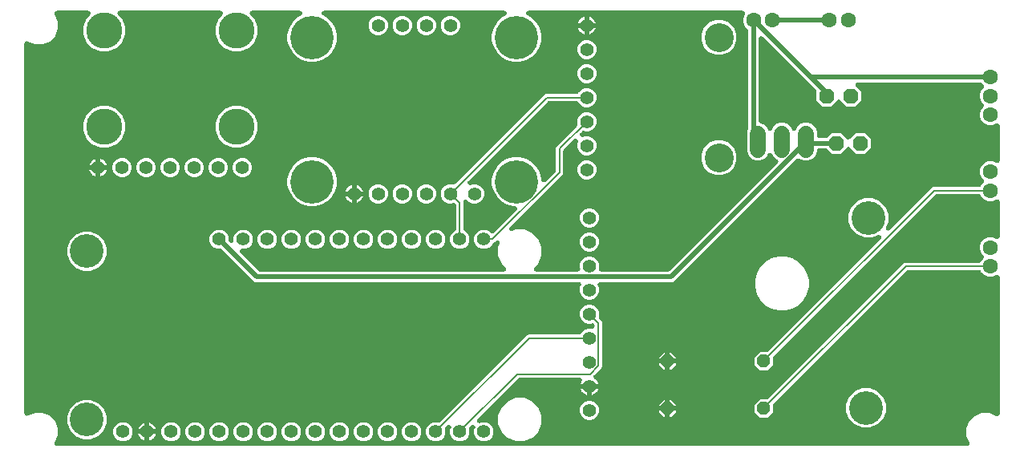
<source format=gbr>
G04 EAGLE Gerber RS-274X export*
G75*
%MOMM*%
%FSLAX34Y34*%
%LPD*%
%INTop Copper*%
%IPPOS*%
%AMOC8*
5,1,8,0,0,1.08239X$1,22.5*%
G01*
%ADD10C,1.408000*%
%ADD11C,3.556000*%
%ADD12C,3.048000*%
%ADD13C,3.810000*%
%ADD14C,4.572000*%
%ADD15C,1.676400*%
%ADD16C,1.600000*%
%ADD17P,1.429621X8X22.500000*%
%ADD18P,1.732040X8X22.500000*%
%ADD19C,0.152400*%
%ADD20C,0.508000*%

G36*
X1005607Y10168D02*
X1005607Y10168D01*
X1005689Y10166D01*
X1005830Y10188D01*
X1005973Y10201D01*
X1006053Y10222D01*
X1006134Y10235D01*
X1006269Y10281D01*
X1006407Y10319D01*
X1006482Y10355D01*
X1006560Y10381D01*
X1006685Y10451D01*
X1006814Y10513D01*
X1006881Y10560D01*
X1006953Y10601D01*
X1007064Y10691D01*
X1007180Y10775D01*
X1007238Y10834D01*
X1007301Y10886D01*
X1007394Y10995D01*
X1007494Y11097D01*
X1007540Y11166D01*
X1007594Y11228D01*
X1007666Y11352D01*
X1007746Y11470D01*
X1007780Y11546D01*
X1007821Y11617D01*
X1007871Y11751D01*
X1007929Y11882D01*
X1007948Y11962D01*
X1007976Y12040D01*
X1008001Y12181D01*
X1008035Y12320D01*
X1008040Y12402D01*
X1008055Y12483D01*
X1008054Y12626D01*
X1008063Y12769D01*
X1008053Y12851D01*
X1008053Y12933D01*
X1008027Y13074D01*
X1008011Y13216D01*
X1007987Y13295D01*
X1007972Y13376D01*
X1007892Y13610D01*
X1007881Y13647D01*
X1007876Y13657D01*
X1007871Y13672D01*
X1004839Y20990D01*
X1004839Y29010D01*
X1007909Y36420D01*
X1013580Y42091D01*
X1020990Y45161D01*
X1029010Y45161D01*
X1036328Y42129D01*
X1036407Y42105D01*
X1036482Y42071D01*
X1036621Y42038D01*
X1036758Y41995D01*
X1036840Y41984D01*
X1036920Y41965D01*
X1037062Y41956D01*
X1037205Y41938D01*
X1037287Y41942D01*
X1037369Y41937D01*
X1037511Y41954D01*
X1037654Y41961D01*
X1037734Y41980D01*
X1037816Y41989D01*
X1037954Y42031D01*
X1038093Y42063D01*
X1038168Y42096D01*
X1038247Y42119D01*
X1038375Y42184D01*
X1038506Y42241D01*
X1038575Y42287D01*
X1038649Y42324D01*
X1038763Y42410D01*
X1038882Y42489D01*
X1038942Y42546D01*
X1039007Y42596D01*
X1039104Y42701D01*
X1039208Y42800D01*
X1039257Y42866D01*
X1039313Y42927D01*
X1039390Y43048D01*
X1039474Y43163D01*
X1039510Y43237D01*
X1039554Y43307D01*
X1039609Y43439D01*
X1039672Y43568D01*
X1039694Y43647D01*
X1039725Y43723D01*
X1039755Y43863D01*
X1039795Y44001D01*
X1039803Y44083D01*
X1039820Y44164D01*
X1039835Y44409D01*
X1039839Y44449D01*
X1039838Y44460D01*
X1039839Y44475D01*
X1039839Y188316D01*
X1039832Y188398D01*
X1039834Y188481D01*
X1039812Y188622D01*
X1039799Y188765D01*
X1039778Y188844D01*
X1039765Y188926D01*
X1039719Y189061D01*
X1039681Y189199D01*
X1039645Y189273D01*
X1039619Y189351D01*
X1039549Y189477D01*
X1039487Y189606D01*
X1039440Y189673D01*
X1039399Y189745D01*
X1039309Y189855D01*
X1039225Y189972D01*
X1039166Y190029D01*
X1039114Y190093D01*
X1039005Y190186D01*
X1038903Y190286D01*
X1038834Y190332D01*
X1038772Y190386D01*
X1038648Y190458D01*
X1038530Y190538D01*
X1038454Y190571D01*
X1038383Y190613D01*
X1038249Y190662D01*
X1038118Y190720D01*
X1038038Y190740D01*
X1037960Y190768D01*
X1037819Y190793D01*
X1037680Y190827D01*
X1037598Y190832D01*
X1037517Y190846D01*
X1037374Y190846D01*
X1037231Y190855D01*
X1037149Y190845D01*
X1037067Y190845D01*
X1036926Y190819D01*
X1036784Y190802D01*
X1036705Y190779D01*
X1036624Y190764D01*
X1036390Y190684D01*
X1036353Y190672D01*
X1036343Y190667D01*
X1036328Y190662D01*
X1032198Y188951D01*
X1027802Y188951D01*
X1023741Y190633D01*
X1020633Y193741D01*
X1020269Y194622D01*
X1020170Y194810D01*
X1020074Y194999D01*
X1020066Y195009D01*
X1020060Y195021D01*
X1019930Y195189D01*
X1019802Y195357D01*
X1019793Y195366D01*
X1019784Y195377D01*
X1019627Y195519D01*
X1019471Y195663D01*
X1019460Y195670D01*
X1019450Y195678D01*
X1019272Y195790D01*
X1019091Y195904D01*
X1019079Y195909D01*
X1019068Y195916D01*
X1018871Y195995D01*
X1018675Y196075D01*
X1018662Y196078D01*
X1018650Y196083D01*
X1018441Y196126D01*
X1018235Y196170D01*
X1018219Y196171D01*
X1018208Y196173D01*
X1018169Y196174D01*
X1017923Y196189D01*
X943430Y196189D01*
X943267Y196175D01*
X943102Y196168D01*
X943043Y196155D01*
X942982Y196149D01*
X942823Y196106D01*
X942663Y196070D01*
X942606Y196047D01*
X942547Y196031D01*
X942399Y195960D01*
X942247Y195897D01*
X942196Y195864D01*
X942141Y195837D01*
X942007Y195742D01*
X941869Y195652D01*
X941811Y195601D01*
X941775Y195575D01*
X941732Y195532D01*
X941635Y195446D01*
X801196Y55007D01*
X801091Y54881D01*
X800979Y54760D01*
X800947Y54709D01*
X800908Y54662D01*
X800826Y54519D01*
X800738Y54380D01*
X800714Y54324D01*
X800684Y54271D01*
X800629Y54116D01*
X800567Y53964D01*
X800554Y53904D01*
X800533Y53847D01*
X800507Y53684D01*
X800472Y53524D01*
X800467Y53447D01*
X800460Y53402D01*
X800461Y53341D01*
X800453Y53212D01*
X800453Y46002D01*
X794798Y40347D01*
X786802Y40347D01*
X781147Y46002D01*
X781147Y53998D01*
X786802Y59653D01*
X794012Y59653D01*
X794175Y59667D01*
X794340Y59674D01*
X794399Y59687D01*
X794460Y59693D01*
X794619Y59736D01*
X794779Y59772D01*
X794836Y59795D01*
X794895Y59811D01*
X795043Y59882D01*
X795195Y59945D01*
X795246Y59978D01*
X795301Y60005D01*
X795435Y60100D01*
X795573Y60190D01*
X795631Y60241D01*
X795667Y60267D01*
X795710Y60310D01*
X795807Y60396D01*
X938641Y203231D01*
X940042Y203811D01*
X1017923Y203811D01*
X1018134Y203830D01*
X1018345Y203846D01*
X1018358Y203849D01*
X1018371Y203851D01*
X1018577Y203907D01*
X1018781Y203960D01*
X1018793Y203966D01*
X1018806Y203969D01*
X1018996Y204060D01*
X1019189Y204149D01*
X1019200Y204157D01*
X1019212Y204163D01*
X1019384Y204285D01*
X1019558Y204408D01*
X1019568Y204417D01*
X1019578Y204425D01*
X1019727Y204577D01*
X1019876Y204727D01*
X1019883Y204738D01*
X1019892Y204747D01*
X1020011Y204923D01*
X1020132Y205097D01*
X1020139Y205112D01*
X1020144Y205120D01*
X1020160Y205156D01*
X1020269Y205378D01*
X1020633Y206259D01*
X1022579Y208204D01*
X1022601Y208231D01*
X1022627Y208254D01*
X1022745Y208403D01*
X1022868Y208550D01*
X1022885Y208580D01*
X1022907Y208607D01*
X1022997Y208775D01*
X1023091Y208941D01*
X1023103Y208973D01*
X1023119Y209004D01*
X1023178Y209185D01*
X1023242Y209365D01*
X1023248Y209399D01*
X1023259Y209432D01*
X1023285Y209621D01*
X1023316Y209809D01*
X1023315Y209844D01*
X1023320Y209878D01*
X1023312Y210069D01*
X1023310Y210259D01*
X1023303Y210294D01*
X1023302Y210328D01*
X1023260Y210514D01*
X1023224Y210702D01*
X1023212Y210734D01*
X1023204Y210768D01*
X1023130Y210944D01*
X1023062Y211122D01*
X1023044Y211151D01*
X1023030Y211183D01*
X1022927Y211344D01*
X1022828Y211506D01*
X1022805Y211532D01*
X1022786Y211561D01*
X1022579Y211796D01*
X1020633Y213741D01*
X1018951Y217802D01*
X1018951Y222198D01*
X1020633Y226259D01*
X1023741Y229367D01*
X1027802Y231049D01*
X1032198Y231049D01*
X1036328Y229338D01*
X1036407Y229313D01*
X1036482Y229280D01*
X1036621Y229246D01*
X1036758Y229203D01*
X1036840Y229193D01*
X1036920Y229173D01*
X1037062Y229164D01*
X1037205Y229146D01*
X1037287Y229150D01*
X1037369Y229145D01*
X1037511Y229162D01*
X1037654Y229169D01*
X1037734Y229188D01*
X1037816Y229198D01*
X1037954Y229239D01*
X1038093Y229271D01*
X1038168Y229304D01*
X1038247Y229328D01*
X1038375Y229393D01*
X1038506Y229449D01*
X1038575Y229495D01*
X1038649Y229532D01*
X1038763Y229619D01*
X1038882Y229698D01*
X1038942Y229754D01*
X1039007Y229804D01*
X1039104Y229910D01*
X1039208Y230008D01*
X1039257Y230075D01*
X1039313Y230135D01*
X1039390Y230256D01*
X1039474Y230372D01*
X1039510Y230446D01*
X1039554Y230515D01*
X1039609Y230648D01*
X1039672Y230776D01*
X1039694Y230855D01*
X1039725Y230932D01*
X1039755Y231072D01*
X1039795Y231209D01*
X1039803Y231291D01*
X1039820Y231372D01*
X1039835Y231618D01*
X1039839Y231657D01*
X1039838Y231668D01*
X1039839Y231684D01*
X1039839Y268316D01*
X1039832Y268398D01*
X1039834Y268481D01*
X1039812Y268622D01*
X1039799Y268765D01*
X1039778Y268844D01*
X1039765Y268926D01*
X1039719Y269061D01*
X1039681Y269199D01*
X1039645Y269273D01*
X1039619Y269351D01*
X1039549Y269477D01*
X1039487Y269606D01*
X1039440Y269673D01*
X1039399Y269745D01*
X1039309Y269855D01*
X1039225Y269972D01*
X1039166Y270029D01*
X1039114Y270093D01*
X1039005Y270186D01*
X1038903Y270286D01*
X1038834Y270332D01*
X1038772Y270386D01*
X1038648Y270458D01*
X1038530Y270538D01*
X1038454Y270571D01*
X1038383Y270613D01*
X1038249Y270662D01*
X1038118Y270720D01*
X1038038Y270740D01*
X1037960Y270768D01*
X1037819Y270793D01*
X1037680Y270827D01*
X1037598Y270832D01*
X1037517Y270846D01*
X1037374Y270846D01*
X1037231Y270855D01*
X1037149Y270845D01*
X1037067Y270845D01*
X1036926Y270819D01*
X1036784Y270802D01*
X1036705Y270779D01*
X1036624Y270764D01*
X1036390Y270684D01*
X1036353Y270672D01*
X1036343Y270667D01*
X1036328Y270662D01*
X1032198Y268951D01*
X1027802Y268951D01*
X1023741Y270633D01*
X1020633Y273741D01*
X1020269Y274622D01*
X1020170Y274810D01*
X1020074Y274999D01*
X1020066Y275009D01*
X1020060Y275021D01*
X1019930Y275190D01*
X1019802Y275357D01*
X1019793Y275366D01*
X1019784Y275377D01*
X1019627Y275519D01*
X1019471Y275663D01*
X1019460Y275670D01*
X1019450Y275678D01*
X1019272Y275790D01*
X1019091Y275904D01*
X1019079Y275909D01*
X1019068Y275916D01*
X1018871Y275995D01*
X1018675Y276075D01*
X1018662Y276078D01*
X1018650Y276083D01*
X1018441Y276126D01*
X1018235Y276170D01*
X1018219Y276171D01*
X1018208Y276173D01*
X1018169Y276174D01*
X1017923Y276189D01*
X973430Y276189D01*
X973267Y276175D01*
X973102Y276168D01*
X973043Y276155D01*
X972982Y276149D01*
X972823Y276106D01*
X972663Y276070D01*
X972606Y276047D01*
X972547Y276031D01*
X972399Y275960D01*
X972247Y275897D01*
X972196Y275864D01*
X972141Y275837D01*
X972007Y275742D01*
X971869Y275652D01*
X971811Y275601D01*
X971775Y275575D01*
X971732Y275532D01*
X971635Y275446D01*
X801196Y105007D01*
X801091Y104881D01*
X800979Y104760D01*
X800947Y104709D01*
X800908Y104662D01*
X800826Y104519D01*
X800738Y104380D01*
X800714Y104324D01*
X800684Y104271D01*
X800629Y104116D01*
X800567Y103964D01*
X800554Y103904D01*
X800533Y103847D01*
X800507Y103684D01*
X800472Y103524D01*
X800467Y103447D01*
X800460Y103402D01*
X800461Y103341D01*
X800453Y103212D01*
X800453Y96002D01*
X794798Y90347D01*
X786802Y90347D01*
X781147Y96002D01*
X781147Y103998D01*
X786802Y109653D01*
X794012Y109653D01*
X794175Y109667D01*
X794340Y109674D01*
X794399Y109687D01*
X794460Y109693D01*
X794619Y109736D01*
X794779Y109772D01*
X794836Y109795D01*
X794895Y109811D01*
X795043Y109882D01*
X795195Y109945D01*
X795246Y109978D01*
X795301Y110005D01*
X795435Y110100D01*
X795573Y110190D01*
X795631Y110241D01*
X795667Y110267D01*
X795710Y110310D01*
X795807Y110396D01*
X914180Y228769D01*
X914294Y228906D01*
X914413Y229038D01*
X914439Y229078D01*
X914469Y229115D01*
X914557Y229269D01*
X914651Y229420D01*
X914669Y229464D01*
X914693Y229506D01*
X914752Y229673D01*
X914818Y229838D01*
X914827Y229885D01*
X914843Y229930D01*
X914872Y230105D01*
X914908Y230279D01*
X914909Y230327D01*
X914917Y230374D01*
X914914Y230553D01*
X914919Y230729D01*
X914911Y230776D01*
X914911Y230825D01*
X914877Y231000D01*
X914850Y231174D01*
X914834Y231220D01*
X914825Y231267D01*
X914761Y231433D01*
X914703Y231600D01*
X914680Y231642D01*
X914663Y231687D01*
X914571Y231838D01*
X914484Y231993D01*
X914454Y232030D01*
X914429Y232071D01*
X914311Y232204D01*
X914199Y232342D01*
X914162Y232373D01*
X914131Y232409D01*
X913992Y232519D01*
X913857Y232634D01*
X913815Y232658D01*
X913778Y232688D01*
X913621Y232772D01*
X913468Y232862D01*
X913423Y232878D01*
X913381Y232901D01*
X913212Y232956D01*
X913045Y233017D01*
X912998Y233025D01*
X912953Y233040D01*
X912777Y233064D01*
X912602Y233095D01*
X912554Y233095D01*
X912507Y233101D01*
X912329Y233094D01*
X912152Y233094D01*
X912105Y233085D01*
X912057Y233083D01*
X911883Y233044D01*
X911709Y233013D01*
X911652Y232993D01*
X911617Y232985D01*
X911559Y232961D01*
X911413Y232911D01*
X905523Y230471D01*
X897237Y230471D01*
X889581Y233642D01*
X883722Y239501D01*
X880551Y247157D01*
X880551Y255443D01*
X883722Y263099D01*
X889581Y268958D01*
X897237Y272129D01*
X905523Y272129D01*
X913179Y268958D01*
X919038Y263099D01*
X922209Y255443D01*
X922209Y247157D01*
X919769Y241267D01*
X919716Y241097D01*
X919656Y240930D01*
X919649Y240883D01*
X919634Y240837D01*
X919612Y240661D01*
X919583Y240486D01*
X919584Y240438D01*
X919578Y240391D01*
X919587Y240214D01*
X919589Y240036D01*
X919598Y239989D01*
X919601Y239941D01*
X919641Y239768D01*
X919675Y239594D01*
X919692Y239549D01*
X919703Y239502D01*
X919773Y239339D01*
X919837Y239174D01*
X919862Y239133D01*
X919881Y239089D01*
X919978Y238941D01*
X920071Y238789D01*
X920102Y238753D01*
X920129Y238713D01*
X920251Y238585D01*
X920369Y238452D01*
X920406Y238422D01*
X920439Y238387D01*
X920583Y238282D01*
X920722Y238172D01*
X920764Y238150D01*
X920803Y238121D01*
X920962Y238043D01*
X921119Y237959D01*
X921164Y237945D01*
X921207Y237924D01*
X921378Y237875D01*
X921547Y237820D01*
X921595Y237814D01*
X921641Y237801D01*
X921817Y237783D01*
X921993Y237759D01*
X922041Y237761D01*
X922089Y237756D01*
X922265Y237770D01*
X922443Y237777D01*
X922490Y237788D01*
X922538Y237791D01*
X922709Y237836D01*
X922883Y237875D01*
X922927Y237893D01*
X922973Y237905D01*
X923134Y237980D01*
X923298Y238048D01*
X923338Y238074D01*
X923382Y238094D01*
X923527Y238196D01*
X923676Y238293D01*
X923721Y238332D01*
X923751Y238353D01*
X923795Y238397D01*
X923911Y238500D01*
X968641Y283231D01*
X970042Y283811D01*
X1017923Y283811D01*
X1018134Y283830D01*
X1018345Y283846D01*
X1018358Y283849D01*
X1018371Y283851D01*
X1018577Y283907D01*
X1018781Y283960D01*
X1018793Y283966D01*
X1018806Y283969D01*
X1018996Y284060D01*
X1019189Y284149D01*
X1019200Y284157D01*
X1019212Y284163D01*
X1019384Y284285D01*
X1019558Y284408D01*
X1019568Y284417D01*
X1019578Y284425D01*
X1019727Y284577D01*
X1019876Y284727D01*
X1019883Y284738D01*
X1019892Y284747D01*
X1020011Y284923D01*
X1020132Y285097D01*
X1020139Y285112D01*
X1020144Y285120D01*
X1020160Y285156D01*
X1020269Y285378D01*
X1020633Y286259D01*
X1022579Y288204D01*
X1022601Y288231D01*
X1022627Y288254D01*
X1022745Y288403D01*
X1022868Y288550D01*
X1022885Y288580D01*
X1022907Y288607D01*
X1022997Y288775D01*
X1023091Y288941D01*
X1023103Y288973D01*
X1023119Y289004D01*
X1023178Y289185D01*
X1023242Y289365D01*
X1023248Y289399D01*
X1023259Y289432D01*
X1023285Y289621D01*
X1023316Y289809D01*
X1023315Y289844D01*
X1023320Y289878D01*
X1023312Y290069D01*
X1023310Y290259D01*
X1023303Y290294D01*
X1023302Y290328D01*
X1023260Y290514D01*
X1023224Y290702D01*
X1023212Y290734D01*
X1023204Y290768D01*
X1023130Y290944D01*
X1023062Y291122D01*
X1023044Y291151D01*
X1023030Y291183D01*
X1022927Y291344D01*
X1022828Y291506D01*
X1022805Y291532D01*
X1022786Y291561D01*
X1022579Y291796D01*
X1020633Y293741D01*
X1018951Y297802D01*
X1018951Y302198D01*
X1020633Y306259D01*
X1023741Y309367D01*
X1027802Y311049D01*
X1032198Y311049D01*
X1036328Y309338D01*
X1036407Y309313D01*
X1036482Y309280D01*
X1036621Y309246D01*
X1036758Y309203D01*
X1036840Y309193D01*
X1036920Y309173D01*
X1037062Y309164D01*
X1037205Y309146D01*
X1037287Y309150D01*
X1037369Y309145D01*
X1037511Y309162D01*
X1037654Y309169D01*
X1037734Y309188D01*
X1037816Y309198D01*
X1037954Y309239D01*
X1038093Y309271D01*
X1038168Y309304D01*
X1038247Y309328D01*
X1038375Y309393D01*
X1038506Y309449D01*
X1038575Y309495D01*
X1038649Y309532D01*
X1038763Y309619D01*
X1038882Y309698D01*
X1038942Y309754D01*
X1039007Y309804D01*
X1039104Y309910D01*
X1039208Y310008D01*
X1039257Y310075D01*
X1039313Y310135D01*
X1039390Y310256D01*
X1039474Y310372D01*
X1039510Y310446D01*
X1039554Y310515D01*
X1039609Y310648D01*
X1039672Y310776D01*
X1039694Y310855D01*
X1039725Y310932D01*
X1039755Y311072D01*
X1039795Y311209D01*
X1039803Y311291D01*
X1039820Y311372D01*
X1039835Y311618D01*
X1039839Y311657D01*
X1039838Y311668D01*
X1039839Y311684D01*
X1039839Y348316D01*
X1039832Y348398D01*
X1039834Y348481D01*
X1039812Y348622D01*
X1039799Y348765D01*
X1039778Y348844D01*
X1039765Y348926D01*
X1039719Y349061D01*
X1039681Y349199D01*
X1039645Y349273D01*
X1039619Y349351D01*
X1039549Y349477D01*
X1039487Y349606D01*
X1039440Y349673D01*
X1039399Y349745D01*
X1039309Y349855D01*
X1039225Y349972D01*
X1039166Y350029D01*
X1039114Y350093D01*
X1039005Y350186D01*
X1038903Y350286D01*
X1038834Y350332D01*
X1038772Y350386D01*
X1038648Y350458D01*
X1038530Y350538D01*
X1038454Y350571D01*
X1038383Y350613D01*
X1038249Y350662D01*
X1038118Y350720D01*
X1038038Y350740D01*
X1037960Y350768D01*
X1037819Y350793D01*
X1037680Y350827D01*
X1037598Y350832D01*
X1037517Y350846D01*
X1037374Y350846D01*
X1037231Y350855D01*
X1037149Y350845D01*
X1037067Y350845D01*
X1036926Y350819D01*
X1036784Y350802D01*
X1036705Y350779D01*
X1036624Y350764D01*
X1036390Y350684D01*
X1036353Y350672D01*
X1036343Y350667D01*
X1036328Y350662D01*
X1032198Y348951D01*
X1027802Y348951D01*
X1023741Y350633D01*
X1020633Y353741D01*
X1018951Y357802D01*
X1018951Y362198D01*
X1020633Y366259D01*
X1022579Y368204D01*
X1022601Y368231D01*
X1022627Y368254D01*
X1022745Y368403D01*
X1022868Y368550D01*
X1022885Y368580D01*
X1022907Y368607D01*
X1022997Y368775D01*
X1023091Y368941D01*
X1023103Y368973D01*
X1023119Y369004D01*
X1023178Y369185D01*
X1023242Y369365D01*
X1023248Y369399D01*
X1023259Y369432D01*
X1023285Y369621D01*
X1023316Y369809D01*
X1023315Y369844D01*
X1023320Y369878D01*
X1023312Y370069D01*
X1023310Y370259D01*
X1023303Y370294D01*
X1023302Y370328D01*
X1023260Y370514D01*
X1023224Y370702D01*
X1023212Y370734D01*
X1023204Y370768D01*
X1023130Y370944D01*
X1023062Y371122D01*
X1023044Y371151D01*
X1023030Y371183D01*
X1022927Y371344D01*
X1022828Y371506D01*
X1022805Y371532D01*
X1022786Y371561D01*
X1022579Y371796D01*
X1020633Y373741D01*
X1018951Y377802D01*
X1018951Y382198D01*
X1020633Y386259D01*
X1022579Y388204D01*
X1022601Y388231D01*
X1022627Y388254D01*
X1022746Y388404D01*
X1022868Y388550D01*
X1022885Y388580D01*
X1022907Y388607D01*
X1022997Y388775D01*
X1023091Y388941D01*
X1023103Y388973D01*
X1023119Y389004D01*
X1023178Y389185D01*
X1023242Y389365D01*
X1023248Y389399D01*
X1023259Y389432D01*
X1023285Y389621D01*
X1023316Y389809D01*
X1023315Y389844D01*
X1023320Y389878D01*
X1023312Y390068D01*
X1023310Y390259D01*
X1023303Y390294D01*
X1023302Y390328D01*
X1023260Y390515D01*
X1023224Y390702D01*
X1023212Y390734D01*
X1023204Y390768D01*
X1023130Y390944D01*
X1023062Y391122D01*
X1023044Y391151D01*
X1023030Y391183D01*
X1022927Y391343D01*
X1022828Y391506D01*
X1022805Y391532D01*
X1022786Y391561D01*
X1022579Y391795D01*
X1020707Y393668D01*
X1020581Y393773D01*
X1020460Y393885D01*
X1020409Y393917D01*
X1020362Y393956D01*
X1020219Y394038D01*
X1020080Y394126D01*
X1020024Y394150D01*
X1019971Y394180D01*
X1019816Y394235D01*
X1019664Y394297D01*
X1019604Y394310D01*
X1019547Y394331D01*
X1019384Y394357D01*
X1019224Y394392D01*
X1019146Y394397D01*
X1019102Y394404D01*
X1019042Y394403D01*
X1018912Y394411D01*
X890046Y394411D01*
X889916Y394400D01*
X889786Y394398D01*
X889693Y394380D01*
X889597Y394371D01*
X889472Y394337D01*
X889344Y394312D01*
X889255Y394278D01*
X889163Y394253D01*
X889046Y394197D01*
X888924Y394150D01*
X888842Y394100D01*
X888756Y394059D01*
X888651Y393984D01*
X888539Y393916D01*
X888468Y393853D01*
X888390Y393797D01*
X888299Y393704D01*
X888202Y393618D01*
X888143Y393543D01*
X888076Y393475D01*
X888003Y393367D01*
X887923Y393265D01*
X887878Y393181D01*
X887824Y393102D01*
X887771Y392983D01*
X887710Y392868D01*
X887680Y392777D01*
X887642Y392690D01*
X887611Y392563D01*
X887571Y392440D01*
X887558Y392345D01*
X887535Y392252D01*
X887527Y392123D01*
X887509Y391994D01*
X887513Y391898D01*
X887507Y391803D01*
X887522Y391674D01*
X887528Y391544D01*
X887548Y391451D01*
X887559Y391356D01*
X887597Y391231D01*
X887625Y391104D01*
X887662Y391016D01*
X887690Y390925D01*
X887749Y390809D01*
X887799Y390689D01*
X887851Y390609D01*
X887894Y390523D01*
X887973Y390420D01*
X888043Y390311D01*
X888129Y390213D01*
X888166Y390165D01*
X888199Y390134D01*
X888250Y390076D01*
X893750Y384577D01*
X893750Y375423D01*
X887277Y368950D01*
X878123Y368950D01*
X871796Y375278D01*
X871769Y375300D01*
X871746Y375326D01*
X871597Y375444D01*
X871450Y375567D01*
X871420Y375584D01*
X871393Y375605D01*
X871225Y375695D01*
X871059Y375790D01*
X871027Y375802D01*
X870996Y375818D01*
X870815Y375877D01*
X870635Y375941D01*
X870601Y375947D01*
X870568Y375957D01*
X870379Y375983D01*
X870191Y376014D01*
X870156Y376014D01*
X870122Y376019D01*
X869931Y376011D01*
X869740Y376008D01*
X869706Y376002D01*
X869672Y376000D01*
X869486Y375959D01*
X869298Y375923D01*
X869266Y375910D01*
X869232Y375903D01*
X869057Y375829D01*
X868878Y375760D01*
X868849Y375742D01*
X868817Y375729D01*
X868657Y375626D01*
X868494Y375527D01*
X868468Y375504D01*
X868439Y375485D01*
X868204Y375278D01*
X861877Y368950D01*
X852723Y368950D01*
X846250Y375423D01*
X846250Y384794D01*
X846236Y384958D01*
X846229Y385122D01*
X846216Y385182D01*
X846210Y385243D01*
X846167Y385402D01*
X846131Y385562D01*
X846108Y385618D01*
X846092Y385677D01*
X846021Y385825D01*
X845958Y385977D01*
X845925Y386029D01*
X845898Y386084D01*
X845803Y386217D01*
X845713Y386356D01*
X845662Y386413D01*
X845636Y386450D01*
X845593Y386492D01*
X845507Y386590D01*
X834905Y397191D01*
X789924Y442173D01*
X789824Y442256D01*
X789731Y442347D01*
X789651Y442400D01*
X789578Y442462D01*
X789465Y442526D01*
X789358Y442599D01*
X789270Y442638D01*
X789187Y442685D01*
X789065Y442729D01*
X788946Y442781D01*
X788853Y442804D01*
X788763Y442836D01*
X788634Y442857D01*
X788508Y442888D01*
X788413Y442894D01*
X788319Y442909D01*
X788188Y442908D01*
X788059Y442916D01*
X787964Y442905D01*
X787868Y442903D01*
X787741Y442879D01*
X787612Y442864D01*
X787520Y442836D01*
X787426Y442818D01*
X787305Y442771D01*
X787181Y442733D01*
X787096Y442690D01*
X787006Y442655D01*
X786895Y442588D01*
X786779Y442529D01*
X786703Y442471D01*
X786622Y442422D01*
X786524Y442335D01*
X786421Y442257D01*
X786356Y442187D01*
X786284Y442123D01*
X786204Y442022D01*
X786115Y441926D01*
X786064Y441845D01*
X786005Y441770D01*
X785944Y441656D01*
X785874Y441546D01*
X785837Y441458D01*
X785792Y441373D01*
X785752Y441250D01*
X785703Y441129D01*
X785683Y441036D01*
X785653Y440945D01*
X785635Y440816D01*
X785608Y440689D01*
X785600Y440560D01*
X785592Y440499D01*
X785593Y440454D01*
X785589Y440377D01*
X785589Y353642D01*
X785608Y353430D01*
X785624Y353219D01*
X785627Y353207D01*
X785629Y353193D01*
X785684Y352989D01*
X785738Y352784D01*
X785744Y352771D01*
X785747Y352759D01*
X785837Y352569D01*
X785927Y352375D01*
X785935Y352364D01*
X785941Y352352D01*
X786064Y352179D01*
X786186Y352006D01*
X786195Y351997D01*
X786203Y351986D01*
X786356Y351837D01*
X786505Y351689D01*
X786516Y351681D01*
X786525Y351672D01*
X786701Y351553D01*
X786875Y351433D01*
X786890Y351426D01*
X786898Y351420D01*
X786934Y351404D01*
X787156Y351296D01*
X791075Y349672D01*
X794291Y346457D01*
X794954Y344855D01*
X795014Y344740D01*
X795066Y344620D01*
X795118Y344541D01*
X795163Y344456D01*
X795242Y344353D01*
X795314Y344245D01*
X795380Y344176D01*
X795438Y344100D01*
X795535Y344013D01*
X795624Y343919D01*
X795702Y343862D01*
X795773Y343798D01*
X795883Y343730D01*
X795988Y343653D01*
X796074Y343611D01*
X796155Y343560D01*
X796276Y343512D01*
X796392Y343455D01*
X796484Y343429D01*
X796573Y343394D01*
X796701Y343368D01*
X796826Y343332D01*
X796921Y343323D01*
X797014Y343304D01*
X797144Y343301D01*
X797274Y343288D01*
X797369Y343295D01*
X797464Y343293D01*
X797593Y343313D01*
X797722Y343323D01*
X797815Y343347D01*
X797909Y343362D01*
X798032Y343404D01*
X798158Y343437D01*
X798245Y343477D01*
X798335Y343508D01*
X798449Y343571D01*
X798567Y343626D01*
X798645Y343681D01*
X798728Y343727D01*
X798829Y343810D01*
X798935Y343884D01*
X799003Y343952D01*
X799077Y344013D01*
X799161Y344111D01*
X799253Y344204D01*
X799307Y344283D01*
X799369Y344355D01*
X799435Y344467D01*
X799509Y344574D01*
X799566Y344691D01*
X799597Y344744D01*
X799612Y344786D01*
X799646Y344855D01*
X800310Y346457D01*
X803525Y349672D01*
X807726Y351413D01*
X812274Y351413D01*
X816475Y349672D01*
X819691Y346457D01*
X820354Y344855D01*
X820414Y344740D01*
X820466Y344620D01*
X820518Y344541D01*
X820563Y344456D01*
X820642Y344353D01*
X820714Y344245D01*
X820780Y344176D01*
X820838Y344100D01*
X820935Y344013D01*
X821024Y343919D01*
X821102Y343862D01*
X821173Y343798D01*
X821283Y343730D01*
X821388Y343653D01*
X821474Y343611D01*
X821555Y343560D01*
X821676Y343512D01*
X821792Y343455D01*
X821884Y343429D01*
X821973Y343394D01*
X822101Y343368D01*
X822226Y343332D01*
X822321Y343323D01*
X822414Y343304D01*
X822544Y343301D01*
X822674Y343288D01*
X822769Y343295D01*
X822864Y343293D01*
X822993Y343313D01*
X823122Y343323D01*
X823215Y343347D01*
X823309Y343362D01*
X823432Y343404D01*
X823558Y343437D01*
X823645Y343477D01*
X823735Y343508D01*
X823849Y343571D01*
X823967Y343626D01*
X824045Y343681D01*
X824128Y343727D01*
X824229Y343810D01*
X824335Y343884D01*
X824403Y343952D01*
X824477Y344013D01*
X824561Y344111D01*
X824653Y344204D01*
X824707Y344283D01*
X824769Y344355D01*
X824835Y344467D01*
X824909Y344574D01*
X824966Y344691D01*
X824997Y344744D01*
X825012Y344786D01*
X825046Y344855D01*
X825710Y346457D01*
X828925Y349672D01*
X833126Y351413D01*
X837674Y351413D01*
X841875Y349672D01*
X845090Y346457D01*
X846831Y342256D01*
X846831Y338128D01*
X846834Y338093D01*
X846832Y338059D01*
X846854Y337870D01*
X846871Y337679D01*
X846880Y337646D01*
X846884Y337612D01*
X846939Y337429D01*
X846989Y337245D01*
X847004Y337214D01*
X847014Y337181D01*
X847101Y337010D01*
X847183Y336838D01*
X847203Y336810D01*
X847218Y336779D01*
X847334Y336627D01*
X847445Y336472D01*
X847470Y336448D01*
X847490Y336421D01*
X847630Y336292D01*
X847767Y336158D01*
X847796Y336139D01*
X847822Y336115D01*
X847983Y336013D01*
X848140Y335906D01*
X848172Y335892D01*
X848201Y335874D01*
X848378Y335801D01*
X848552Y335724D01*
X848586Y335716D01*
X848618Y335703D01*
X848805Y335663D01*
X848990Y335617D01*
X849024Y335615D01*
X849058Y335608D01*
X849370Y335589D01*
X856210Y335589D01*
X856374Y335603D01*
X856538Y335610D01*
X856598Y335623D01*
X856659Y335629D01*
X856818Y335672D01*
X856978Y335708D01*
X857034Y335731D01*
X857093Y335747D01*
X857241Y335818D01*
X857393Y335881D01*
X857445Y335914D01*
X857500Y335941D01*
X857633Y336036D01*
X857772Y336126D01*
X857829Y336177D01*
X857866Y336203D01*
X857908Y336246D01*
X858006Y336332D01*
X862723Y341050D01*
X871877Y341050D01*
X878204Y334722D01*
X878231Y334700D01*
X878254Y334674D01*
X878403Y334556D01*
X878550Y334433D01*
X878580Y334416D01*
X878607Y334395D01*
X878775Y334305D01*
X878941Y334210D01*
X878973Y334198D01*
X879004Y334182D01*
X879185Y334123D01*
X879365Y334059D01*
X879399Y334053D01*
X879432Y334043D01*
X879621Y334017D01*
X879809Y333986D01*
X879844Y333986D01*
X879878Y333981D01*
X880069Y333989D01*
X880259Y333992D01*
X880294Y333998D01*
X880328Y334000D01*
X880514Y334041D01*
X880702Y334077D01*
X880734Y334090D01*
X880768Y334097D01*
X880944Y334171D01*
X881122Y334240D01*
X881151Y334258D01*
X881183Y334271D01*
X881343Y334374D01*
X881506Y334473D01*
X881532Y334496D01*
X881561Y334515D01*
X881796Y334722D01*
X888123Y341050D01*
X897277Y341050D01*
X903750Y334577D01*
X903750Y325423D01*
X897277Y318950D01*
X888123Y318950D01*
X881796Y325278D01*
X881769Y325300D01*
X881746Y325326D01*
X881597Y325444D01*
X881450Y325567D01*
X881420Y325584D01*
X881393Y325605D01*
X881225Y325695D01*
X881059Y325790D01*
X881027Y325802D01*
X880996Y325818D01*
X880815Y325877D01*
X880635Y325941D01*
X880601Y325947D01*
X880568Y325957D01*
X880379Y325983D01*
X880191Y326014D01*
X880156Y326014D01*
X880122Y326019D01*
X879931Y326011D01*
X879740Y326008D01*
X879706Y326002D01*
X879672Y326000D01*
X879486Y325959D01*
X879298Y325923D01*
X879266Y325910D01*
X879232Y325903D01*
X879057Y325829D01*
X878878Y325760D01*
X878849Y325742D01*
X878817Y325729D01*
X878657Y325626D01*
X878494Y325527D01*
X878468Y325504D01*
X878439Y325485D01*
X878204Y325278D01*
X871877Y318950D01*
X862723Y318950D01*
X858006Y323668D01*
X857879Y323773D01*
X857759Y323885D01*
X857707Y323917D01*
X857660Y323956D01*
X857518Y324038D01*
X857379Y324126D01*
X857322Y324150D01*
X857269Y324180D01*
X857115Y324235D01*
X856962Y324297D01*
X856903Y324310D01*
X856845Y324331D01*
X856683Y324357D01*
X856522Y324392D01*
X856445Y324397D01*
X856401Y324404D01*
X856340Y324403D01*
X856210Y324411D01*
X849370Y324411D01*
X849335Y324408D01*
X849301Y324410D01*
X849112Y324388D01*
X848921Y324371D01*
X848888Y324362D01*
X848854Y324358D01*
X848671Y324303D01*
X848487Y324253D01*
X848456Y324238D01*
X848423Y324228D01*
X848252Y324141D01*
X848080Y324059D01*
X848052Y324039D01*
X848021Y324024D01*
X847869Y323908D01*
X847714Y323797D01*
X847690Y323772D01*
X847663Y323752D01*
X847534Y323612D01*
X847400Y323475D01*
X847381Y323446D01*
X847357Y323420D01*
X847255Y323259D01*
X847148Y323102D01*
X847134Y323070D01*
X847116Y323041D01*
X847043Y322864D01*
X846966Y322690D01*
X846958Y322656D01*
X846945Y322624D01*
X846905Y322437D01*
X846859Y322252D01*
X846857Y322218D01*
X846850Y322184D01*
X846831Y321872D01*
X846831Y320944D01*
X845090Y316743D01*
X841875Y313528D01*
X837674Y311787D01*
X833126Y311787D01*
X828832Y313566D01*
X828820Y313576D01*
X828790Y313593D01*
X828763Y313615D01*
X828595Y313705D01*
X828429Y313799D01*
X828396Y313811D01*
X828366Y313827D01*
X828185Y313886D01*
X828005Y313950D01*
X827970Y313956D01*
X827938Y313967D01*
X827749Y313993D01*
X827561Y314024D01*
X827526Y314023D01*
X827492Y314028D01*
X827301Y314020D01*
X827110Y314018D01*
X827076Y314011D01*
X827042Y314010D01*
X826856Y313968D01*
X826668Y313932D01*
X826636Y313920D01*
X826602Y313912D01*
X826426Y313839D01*
X826248Y313770D01*
X826219Y313752D01*
X826187Y313738D01*
X826026Y313635D01*
X825864Y313536D01*
X825838Y313513D01*
X825808Y313494D01*
X825574Y313287D01*
X696525Y184238D01*
X694471Y183387D01*
X618028Y183387D01*
X617945Y183380D01*
X617863Y183382D01*
X617722Y183360D01*
X617579Y183347D01*
X617499Y183326D01*
X617418Y183313D01*
X617283Y183266D01*
X617145Y183229D01*
X617070Y183193D01*
X616992Y183167D01*
X616867Y183097D01*
X616738Y183035D01*
X616671Y182988D01*
X616599Y182947D01*
X616488Y182857D01*
X616372Y182773D01*
X616314Y182714D01*
X616251Y182662D01*
X616158Y182553D01*
X616058Y182451D01*
X616012Y182382D01*
X615958Y182320D01*
X615886Y182196D01*
X615806Y182078D01*
X615773Y182002D01*
X615731Y181931D01*
X615681Y181797D01*
X615624Y181666D01*
X615604Y181586D01*
X615576Y181508D01*
X615551Y181367D01*
X615517Y181228D01*
X615512Y181146D01*
X615498Y181065D01*
X615498Y180922D01*
X615489Y180779D01*
X615499Y180697D01*
X615499Y180615D01*
X615525Y180474D01*
X615541Y180332D01*
X615565Y180253D01*
X615580Y180172D01*
X615660Y179938D01*
X615672Y179901D01*
X615676Y179891D01*
X615682Y179876D01*
X616829Y177107D01*
X616829Y173093D01*
X615293Y169385D01*
X612455Y166547D01*
X608747Y165011D01*
X604733Y165011D01*
X601025Y166547D01*
X598187Y169385D01*
X596651Y173093D01*
X596651Y177107D01*
X597798Y179876D01*
X597823Y179955D01*
X597856Y180030D01*
X597890Y180169D01*
X597933Y180306D01*
X597944Y180388D01*
X597963Y180468D01*
X597972Y180610D01*
X597990Y180753D01*
X597986Y180835D01*
X597991Y180917D01*
X597974Y181059D01*
X597967Y181202D01*
X597948Y181282D01*
X597939Y181364D01*
X597897Y181502D01*
X597865Y181641D01*
X597832Y181716D01*
X597808Y181795D01*
X597743Y181923D01*
X597687Y182054D01*
X597641Y182123D01*
X597604Y182197D01*
X597518Y182311D01*
X597439Y182430D01*
X597382Y182490D01*
X597332Y182555D01*
X597227Y182652D01*
X597128Y182756D01*
X597062Y182805D01*
X597001Y182860D01*
X596880Y182937D01*
X596765Y183022D01*
X596691Y183058D01*
X596621Y183102D01*
X596489Y183157D01*
X596360Y183220D01*
X596281Y183242D01*
X596205Y183273D01*
X596065Y183303D01*
X595927Y183343D01*
X595845Y183351D01*
X595764Y183368D01*
X595518Y183383D01*
X595479Y183387D01*
X595468Y183386D01*
X595452Y183387D01*
X254412Y183387D01*
X252358Y184238D01*
X218829Y217768D01*
X218702Y217873D01*
X218582Y217985D01*
X218530Y218017D01*
X218483Y218056D01*
X218341Y218138D01*
X218202Y218226D01*
X218145Y218250D01*
X218092Y218280D01*
X217938Y218335D01*
X217785Y218397D01*
X217726Y218410D01*
X217668Y218431D01*
X217506Y218457D01*
X217345Y218492D01*
X217268Y218497D01*
X217224Y218504D01*
X217163Y218503D01*
X217033Y218511D01*
X213893Y218511D01*
X210185Y220047D01*
X207347Y222885D01*
X205811Y226593D01*
X205811Y230607D01*
X207347Y234315D01*
X210185Y237153D01*
X213893Y238689D01*
X217907Y238689D01*
X221615Y237153D01*
X224453Y234315D01*
X225989Y230607D01*
X225989Y227467D01*
X226003Y227303D01*
X226010Y227139D01*
X226023Y227079D01*
X226029Y227018D01*
X226072Y226860D01*
X226107Y226699D01*
X226131Y226643D01*
X226147Y226584D01*
X226218Y226436D01*
X226281Y226284D01*
X226314Y226232D01*
X226341Y226177D01*
X226436Y226044D01*
X226525Y225906D01*
X226577Y225848D01*
X226603Y225811D01*
X226646Y225769D01*
X226732Y225671D01*
X226876Y225527D01*
X226976Y225444D01*
X227069Y225353D01*
X227148Y225300D01*
X227222Y225238D01*
X227335Y225174D01*
X227442Y225101D01*
X227530Y225062D01*
X227613Y225015D01*
X227735Y224971D01*
X227854Y224919D01*
X227947Y224896D01*
X228037Y224864D01*
X228165Y224843D01*
X228292Y224812D01*
X228387Y224806D01*
X228481Y224791D01*
X228611Y224792D01*
X228741Y224784D01*
X228836Y224795D01*
X228931Y224797D01*
X229059Y224821D01*
X229188Y224836D01*
X229280Y224864D01*
X229373Y224882D01*
X229495Y224929D01*
X229619Y224967D01*
X229704Y225010D01*
X229793Y225044D01*
X229905Y225112D01*
X230021Y225171D01*
X230097Y225229D01*
X230178Y225278D01*
X230276Y225364D01*
X230379Y225443D01*
X230444Y225513D01*
X230516Y225576D01*
X230596Y225678D01*
X230685Y225774D01*
X230736Y225855D01*
X230795Y225930D01*
X230856Y226044D01*
X230926Y226154D01*
X230963Y226242D01*
X231008Y226326D01*
X231048Y226450D01*
X231097Y226571D01*
X231117Y226664D01*
X231147Y226755D01*
X231165Y226883D01*
X231192Y227011D01*
X231200Y227140D01*
X231208Y227201D01*
X231207Y227245D01*
X231211Y227323D01*
X231211Y230607D01*
X232747Y234315D01*
X235585Y237153D01*
X239293Y238689D01*
X243307Y238689D01*
X247015Y237153D01*
X249853Y234315D01*
X251389Y230607D01*
X251389Y226593D01*
X249853Y222885D01*
X247015Y220047D01*
X243307Y218511D01*
X240023Y218511D01*
X239893Y218500D01*
X239763Y218498D01*
X239669Y218480D01*
X239574Y218471D01*
X239449Y218437D01*
X239321Y218412D01*
X239232Y218378D01*
X239140Y218353D01*
X239023Y218297D01*
X238901Y218250D01*
X238819Y218200D01*
X238733Y218159D01*
X238628Y218084D01*
X238516Y218016D01*
X238445Y217953D01*
X238367Y217897D01*
X238276Y217804D01*
X238179Y217718D01*
X238120Y217643D01*
X238053Y217575D01*
X237980Y217467D01*
X237900Y217365D01*
X237855Y217281D01*
X237801Y217202D01*
X237748Y217083D01*
X237687Y216968D01*
X237657Y216877D01*
X237619Y216790D01*
X237588Y216663D01*
X237548Y216540D01*
X237535Y216445D01*
X237512Y216352D01*
X237504Y216223D01*
X237486Y216094D01*
X237490Y215998D01*
X237484Y215903D01*
X237499Y215774D01*
X237505Y215644D01*
X237525Y215551D01*
X237536Y215456D01*
X237574Y215331D01*
X237602Y215204D01*
X237639Y215116D01*
X237667Y215025D01*
X237726Y214909D01*
X237776Y214789D01*
X237828Y214708D01*
X237871Y214623D01*
X237950Y214520D01*
X238020Y214411D01*
X238106Y214313D01*
X238143Y214265D01*
X238176Y214234D01*
X238227Y214176D01*
X257095Y195308D01*
X257222Y195203D01*
X257342Y195091D01*
X257394Y195059D01*
X257441Y195020D01*
X257583Y194938D01*
X257722Y194850D01*
X257779Y194826D01*
X257832Y194796D01*
X257986Y194741D01*
X258139Y194679D01*
X258198Y194666D01*
X258256Y194645D01*
X258418Y194618D01*
X258579Y194584D01*
X258656Y194579D01*
X258700Y194572D01*
X258761Y194573D01*
X258891Y194565D01*
X516275Y194565D01*
X516405Y194576D01*
X516535Y194578D01*
X516628Y194596D01*
X516724Y194605D01*
X516849Y194639D01*
X516977Y194664D01*
X517066Y194698D01*
X517158Y194723D01*
X517275Y194779D01*
X517397Y194826D01*
X517478Y194876D01*
X517565Y194917D01*
X517670Y194992D01*
X517781Y195060D01*
X517853Y195123D01*
X517931Y195179D01*
X518021Y195272D01*
X518119Y195358D01*
X518178Y195433D01*
X518245Y195501D01*
X518318Y195609D01*
X518398Y195711D01*
X518443Y195795D01*
X518497Y195874D01*
X518549Y195993D01*
X518611Y196108D01*
X518640Y196199D01*
X518679Y196286D01*
X518710Y196413D01*
X518750Y196536D01*
X518763Y196631D01*
X518786Y196724D01*
X518794Y196853D01*
X518811Y196982D01*
X518807Y197078D01*
X518813Y197173D01*
X518798Y197302D01*
X518793Y197432D01*
X518772Y197525D01*
X518761Y197620D01*
X518724Y197745D01*
X518695Y197872D01*
X518659Y197960D01*
X518631Y198051D01*
X518572Y198167D01*
X518522Y198287D01*
X518470Y198367D01*
X518427Y198452D01*
X518348Y198556D01*
X518278Y198665D01*
X518191Y198763D01*
X518155Y198811D01*
X518122Y198842D01*
X518071Y198899D01*
X514020Y202950D01*
X510539Y211353D01*
X510539Y220447D01*
X511870Y223660D01*
X511923Y223830D01*
X511983Y223997D01*
X511991Y224044D01*
X512005Y224090D01*
X512027Y224266D01*
X512056Y224441D01*
X512056Y224489D01*
X512062Y224537D01*
X512053Y224714D01*
X512050Y224892D01*
X512041Y224939D01*
X512039Y224986D01*
X511998Y225159D01*
X511965Y225334D01*
X511947Y225378D01*
X511937Y225425D01*
X511866Y225588D01*
X511802Y225754D01*
X511777Y225795D01*
X511759Y225838D01*
X511661Y225986D01*
X511568Y226138D01*
X511537Y226174D01*
X511510Y226214D01*
X511388Y226343D01*
X511270Y226476D01*
X511233Y226505D01*
X511200Y226540D01*
X511056Y226645D01*
X510917Y226755D01*
X510875Y226778D01*
X510836Y226806D01*
X510677Y226884D01*
X510520Y226968D01*
X510475Y226983D01*
X510432Y227004D01*
X510261Y227052D01*
X510092Y227107D01*
X510045Y227113D01*
X509999Y227127D01*
X509822Y227144D01*
X509646Y227168D01*
X509598Y227166D01*
X509551Y227171D01*
X509374Y227157D01*
X509196Y227150D01*
X509149Y227140D01*
X509102Y227136D01*
X508930Y227091D01*
X508756Y227052D01*
X508712Y227034D01*
X508666Y227022D01*
X508505Y226947D01*
X508341Y226879D01*
X508301Y226853D01*
X508257Y226833D01*
X508112Y226731D01*
X507963Y226635D01*
X507918Y226595D01*
X507889Y226574D01*
X507844Y226530D01*
X507729Y226428D01*
X506670Y225369D01*
X505483Y224878D01*
X505337Y224801D01*
X505188Y224732D01*
X505138Y224697D01*
X505084Y224669D01*
X504954Y224568D01*
X504819Y224474D01*
X504776Y224431D01*
X504728Y224393D01*
X504618Y224271D01*
X504502Y224155D01*
X504467Y224104D01*
X504426Y224059D01*
X504339Y223919D01*
X504246Y223784D01*
X504212Y223715D01*
X504188Y223677D01*
X504166Y223620D01*
X504109Y223503D01*
X503853Y222885D01*
X501015Y220047D01*
X497307Y218511D01*
X493293Y218511D01*
X489585Y220047D01*
X486747Y222885D01*
X485211Y226593D01*
X485211Y230607D01*
X486747Y234315D01*
X489585Y237153D01*
X493293Y238689D01*
X497307Y238689D01*
X501015Y237153D01*
X502550Y235618D01*
X502576Y235596D01*
X502599Y235570D01*
X502749Y235452D01*
X502895Y235329D01*
X502925Y235312D01*
X502952Y235290D01*
X503120Y235200D01*
X503286Y235106D01*
X503319Y235094D01*
X503349Y235078D01*
X503530Y235019D01*
X503710Y234955D01*
X503745Y234949D01*
X503777Y234939D01*
X503966Y234913D01*
X504154Y234881D01*
X504189Y234882D01*
X504223Y234877D01*
X504414Y234885D01*
X504605Y234888D01*
X504639Y234894D01*
X504673Y234896D01*
X504859Y234937D01*
X505047Y234973D01*
X505079Y234986D01*
X505113Y234993D01*
X505289Y235067D01*
X505467Y235135D01*
X505496Y235153D01*
X505528Y235167D01*
X505689Y235270D01*
X505851Y235369D01*
X505877Y235392D01*
X505907Y235411D01*
X506141Y235618D01*
X529679Y259156D01*
X529763Y259256D01*
X529853Y259349D01*
X529907Y259429D01*
X529968Y259502D01*
X530033Y259615D01*
X530105Y259722D01*
X530144Y259810D01*
X530191Y259893D01*
X530235Y260015D01*
X530288Y260134D01*
X530310Y260227D01*
X530342Y260317D01*
X530364Y260446D01*
X530394Y260572D01*
X530400Y260667D01*
X530416Y260761D01*
X530414Y260892D01*
X530422Y261021D01*
X530411Y261116D01*
X530410Y261212D01*
X530385Y261339D01*
X530370Y261468D01*
X530342Y261560D01*
X530324Y261654D01*
X530277Y261775D01*
X530240Y261899D01*
X530196Y261984D01*
X530162Y262074D01*
X530094Y262185D01*
X530035Y262301D01*
X529978Y262377D01*
X529928Y262458D01*
X529842Y262556D01*
X529763Y262659D01*
X529693Y262724D01*
X529630Y262796D01*
X529528Y262876D01*
X529432Y262965D01*
X529351Y263016D01*
X529277Y263075D01*
X529162Y263136D01*
X529052Y263206D01*
X528964Y263243D01*
X528880Y263288D01*
X528756Y263328D01*
X528636Y263377D01*
X528542Y263397D01*
X528452Y263427D01*
X528323Y263445D01*
X528196Y263472D01*
X528066Y263480D01*
X528005Y263488D01*
X527961Y263487D01*
X527884Y263491D01*
X526339Y263491D01*
X519750Y265257D01*
X513842Y268668D01*
X509018Y273492D01*
X505607Y279400D01*
X503841Y285989D01*
X503841Y292811D01*
X505607Y299400D01*
X509018Y305308D01*
X513842Y310132D01*
X519750Y313543D01*
X526339Y315309D01*
X533161Y315309D01*
X539750Y313543D01*
X545658Y310132D01*
X550482Y305308D01*
X553893Y299400D01*
X555659Y292811D01*
X555659Y291266D01*
X555670Y291137D01*
X555672Y291007D01*
X555690Y290913D01*
X555699Y290818D01*
X555733Y290692D01*
X555758Y290565D01*
X555792Y290475D01*
X555817Y290383D01*
X555873Y290266D01*
X555920Y290145D01*
X555970Y290063D01*
X556011Y289977D01*
X556086Y289871D01*
X556154Y289760D01*
X556217Y289688D01*
X556273Y289611D01*
X556366Y289520D01*
X556452Y289423D01*
X556527Y289363D01*
X556595Y289297D01*
X556703Y289224D01*
X556805Y289143D01*
X556889Y289098D01*
X556968Y289045D01*
X557087Y288992D01*
X557202Y288931D01*
X557293Y288901D01*
X557380Y288862D01*
X557507Y288832D01*
X557630Y288791D01*
X557725Y288778D01*
X557818Y288756D01*
X557947Y288748D01*
X558076Y288730D01*
X558172Y288734D01*
X558267Y288728D01*
X558396Y288743D01*
X558526Y288748D01*
X558619Y288769D01*
X558714Y288780D01*
X558839Y288818D01*
X558966Y288846D01*
X559054Y288883D01*
X559145Y288910D01*
X559261Y288969D01*
X559381Y289020D01*
X559462Y289071D01*
X559547Y289115D01*
X559650Y289193D01*
X559759Y289264D01*
X559857Y289350D01*
X559905Y289387D01*
X559936Y289420D01*
X559994Y289471D01*
X570780Y300257D01*
X570886Y300384D01*
X570997Y300504D01*
X571030Y300556D01*
X571069Y300603D01*
X571150Y300745D01*
X571239Y300884D01*
X571262Y300941D01*
X571292Y300994D01*
X571347Y301148D01*
X571410Y301301D01*
X571423Y301360D01*
X571443Y301418D01*
X571470Y301580D01*
X571504Y301741D01*
X571509Y301818D01*
X571517Y301862D01*
X571516Y301923D01*
X571524Y302053D01*
X571524Y325092D01*
X572104Y326493D01*
X573533Y327922D01*
X593400Y347789D01*
X593537Y347953D01*
X593674Y348113D01*
X593681Y348125D01*
X593689Y348135D01*
X593794Y348319D01*
X593901Y348502D01*
X593906Y348514D01*
X593913Y348526D01*
X593984Y348726D01*
X594057Y348925D01*
X594059Y348938D01*
X594063Y348950D01*
X594098Y349161D01*
X594135Y349368D01*
X594135Y349381D01*
X594137Y349394D01*
X594134Y349608D01*
X594133Y349818D01*
X594131Y349831D01*
X594131Y349844D01*
X594090Y350054D01*
X594052Y350261D01*
X594047Y350276D01*
X594045Y350287D01*
X594031Y350324D01*
X593951Y350557D01*
X593811Y350893D01*
X593811Y354907D01*
X595347Y358615D01*
X598185Y361453D01*
X601893Y362989D01*
X605907Y362989D01*
X609615Y361453D01*
X612453Y358615D01*
X613989Y354907D01*
X613989Y350893D01*
X612453Y347185D01*
X609615Y344347D01*
X605907Y342811D01*
X601893Y342811D01*
X601557Y342951D01*
X601354Y343014D01*
X601153Y343080D01*
X601140Y343081D01*
X601127Y343085D01*
X600917Y343112D01*
X600707Y343141D01*
X600694Y343141D01*
X600680Y343142D01*
X600469Y343131D01*
X600257Y343123D01*
X600244Y343120D01*
X600231Y343119D01*
X600024Y343071D01*
X599817Y343025D01*
X599805Y343020D01*
X599792Y343017D01*
X599598Y342933D01*
X599402Y342852D01*
X599391Y342844D01*
X599379Y342839D01*
X599202Y342723D01*
X599024Y342607D01*
X599012Y342597D01*
X599003Y342591D01*
X598974Y342564D01*
X598789Y342400D01*
X597408Y341018D01*
X597294Y340882D01*
X597175Y340750D01*
X597149Y340710D01*
X597119Y340673D01*
X597031Y340519D01*
X596937Y340368D01*
X596919Y340324D01*
X596895Y340282D01*
X596836Y340115D01*
X596770Y339950D01*
X596761Y339903D01*
X596745Y339858D01*
X596716Y339682D01*
X596680Y339509D01*
X596679Y339461D01*
X596671Y339414D01*
X596673Y339235D01*
X596669Y339059D01*
X596677Y339011D01*
X596677Y338963D01*
X596711Y338788D01*
X596738Y338614D01*
X596754Y338568D01*
X596763Y338521D01*
X596827Y338355D01*
X596884Y338188D01*
X596908Y338146D01*
X596925Y338101D01*
X597017Y337949D01*
X597104Y337794D01*
X597134Y337757D01*
X597159Y337717D01*
X597276Y337584D01*
X597389Y337446D01*
X597426Y337415D01*
X597457Y337379D01*
X597596Y337269D01*
X597731Y337154D01*
X597773Y337129D01*
X597810Y337100D01*
X597967Y337016D01*
X598120Y336926D01*
X598165Y336910D01*
X598207Y336887D01*
X598376Y336832D01*
X598543Y336771D01*
X598590Y336763D01*
X598635Y336748D01*
X598811Y336724D01*
X598986Y336693D01*
X599034Y336693D01*
X599081Y336687D01*
X599259Y336694D01*
X599436Y336694D01*
X599483Y336703D01*
X599531Y336705D01*
X599705Y336743D01*
X599879Y336775D01*
X599936Y336795D01*
X599971Y336803D01*
X600029Y336827D01*
X600175Y336877D01*
X601893Y337589D01*
X605907Y337589D01*
X609615Y336053D01*
X612453Y333215D01*
X613989Y329507D01*
X613989Y325493D01*
X612453Y321785D01*
X609615Y318947D01*
X605907Y317411D01*
X601893Y317411D01*
X598185Y318947D01*
X595347Y321785D01*
X593811Y325493D01*
X593811Y329507D01*
X594523Y331225D01*
X594576Y331395D01*
X594636Y331562D01*
X594643Y331609D01*
X594658Y331655D01*
X594680Y331831D01*
X594709Y332006D01*
X594709Y332054D01*
X594715Y332101D01*
X594705Y332278D01*
X594703Y332456D01*
X594694Y332504D01*
X594691Y332551D01*
X594651Y332724D01*
X594617Y332898D01*
X594600Y332943D01*
X594589Y332990D01*
X594519Y333153D01*
X594455Y333318D01*
X594430Y333359D01*
X594411Y333403D01*
X594314Y333551D01*
X594221Y333703D01*
X594190Y333739D01*
X594163Y333779D01*
X594041Y333908D01*
X593923Y334041D01*
X593886Y334070D01*
X593853Y334105D01*
X593709Y334210D01*
X593570Y334320D01*
X593528Y334343D01*
X593489Y334371D01*
X593330Y334449D01*
X593173Y334533D01*
X593128Y334547D01*
X593085Y334568D01*
X592914Y334617D01*
X592745Y334672D01*
X592698Y334678D01*
X592651Y334691D01*
X592475Y334709D01*
X592299Y334733D01*
X592251Y334731D01*
X592203Y334736D01*
X592027Y334722D01*
X591849Y334715D01*
X591802Y334704D01*
X591755Y334701D01*
X591583Y334656D01*
X591409Y334617D01*
X591365Y334599D01*
X591319Y334587D01*
X591158Y334512D01*
X590994Y334444D01*
X590954Y334418D01*
X590910Y334398D01*
X590765Y334296D01*
X590616Y334199D01*
X590571Y334160D01*
X590542Y334139D01*
X590497Y334095D01*
X590382Y333992D01*
X579889Y323500D01*
X579783Y323373D01*
X579672Y323253D01*
X579639Y323201D01*
X579600Y323154D01*
X579518Y323012D01*
X579430Y322873D01*
X579407Y322816D01*
X579377Y322763D01*
X579322Y322608D01*
X579259Y322456D01*
X579246Y322397D01*
X579226Y322339D01*
X579199Y322177D01*
X579164Y322016D01*
X579160Y321939D01*
X579152Y321895D01*
X579153Y321834D01*
X579145Y321704D01*
X579145Y298664D01*
X578565Y297264D01*
X522872Y241571D01*
X522758Y241435D01*
X522639Y241303D01*
X522614Y241263D01*
X522584Y241226D01*
X522496Y241072D01*
X522402Y240921D01*
X522384Y240876D01*
X522360Y240835D01*
X522301Y240668D01*
X522235Y240503D01*
X522225Y240456D01*
X522209Y240411D01*
X522180Y240235D01*
X522145Y240062D01*
X522144Y240014D01*
X522136Y239967D01*
X522138Y239788D01*
X522134Y239611D01*
X522141Y239564D01*
X522142Y239516D01*
X522176Y239341D01*
X522203Y239166D01*
X522218Y239121D01*
X522228Y239074D01*
X522292Y238908D01*
X522349Y238741D01*
X522373Y238699D01*
X522390Y238654D01*
X522482Y238502D01*
X522569Y238347D01*
X522599Y238310D01*
X522624Y238269D01*
X522741Y238136D01*
X522854Y237999D01*
X522890Y237968D01*
X522922Y237932D01*
X523061Y237822D01*
X523196Y237707D01*
X523238Y237682D01*
X523275Y237653D01*
X523431Y237569D01*
X523585Y237479D01*
X523630Y237463D01*
X523672Y237440D01*
X523840Y237385D01*
X524008Y237324D01*
X524055Y237316D01*
X524100Y237301D01*
X524276Y237277D01*
X524451Y237246D01*
X524499Y237246D01*
X524546Y237239D01*
X524724Y237247D01*
X524901Y237247D01*
X524948Y237256D01*
X524996Y237258D01*
X525169Y237296D01*
X525344Y237328D01*
X525400Y237348D01*
X525436Y237355D01*
X525494Y237380D01*
X525640Y237430D01*
X528853Y238761D01*
X537947Y238761D01*
X546350Y235280D01*
X552780Y228850D01*
X556261Y220447D01*
X556261Y211353D01*
X552780Y202950D01*
X548729Y198899D01*
X548646Y198800D01*
X548555Y198707D01*
X548502Y198627D01*
X548441Y198554D01*
X548376Y198441D01*
X548303Y198333D01*
X548265Y198246D01*
X548217Y198163D01*
X548174Y198041D01*
X548121Y197922D01*
X548098Y197829D01*
X548066Y197739D01*
X548045Y197611D01*
X548014Y197484D01*
X548008Y197389D01*
X547993Y197295D01*
X547995Y197165D01*
X547987Y197035D01*
X547998Y196940D01*
X547999Y196844D01*
X548024Y196717D01*
X548039Y196588D01*
X548066Y196496D01*
X548085Y196402D01*
X548131Y196281D01*
X548169Y196157D01*
X548212Y196071D01*
X548247Y195982D01*
X548314Y195871D01*
X548373Y195755D01*
X548431Y195679D01*
X548481Y195598D01*
X548567Y195500D01*
X548645Y195397D01*
X548716Y195332D01*
X548779Y195260D01*
X548881Y195180D01*
X548977Y195091D01*
X549057Y195040D01*
X549132Y194981D01*
X549247Y194919D01*
X549356Y194850D01*
X549445Y194813D01*
X549529Y194768D01*
X549653Y194728D01*
X549773Y194679D01*
X549866Y194659D01*
X549957Y194629D01*
X550086Y194611D01*
X550213Y194584D01*
X550343Y194576D01*
X550403Y194568D01*
X550448Y194569D01*
X550525Y194565D01*
X594478Y194565D01*
X594561Y194572D01*
X594643Y194570D01*
X594784Y194592D01*
X594927Y194605D01*
X595006Y194626D01*
X595088Y194639D01*
X595223Y194686D01*
X595361Y194723D01*
X595435Y194758D01*
X595514Y194785D01*
X595639Y194855D01*
X595768Y194917D01*
X595835Y194964D01*
X595907Y195005D01*
X596018Y195095D01*
X596134Y195179D01*
X596191Y195238D01*
X596255Y195290D01*
X596348Y195399D01*
X596448Y195501D01*
X596494Y195570D01*
X596548Y195632D01*
X596620Y195756D01*
X596700Y195874D01*
X596733Y195950D01*
X596775Y196021D01*
X596824Y196155D01*
X596882Y196286D01*
X596902Y196366D01*
X596930Y196444D01*
X596955Y196584D01*
X596989Y196724D01*
X596994Y196806D01*
X597008Y196887D01*
X597008Y197030D01*
X597017Y197173D01*
X597007Y197255D01*
X597007Y197337D01*
X596981Y197478D01*
X596965Y197620D01*
X596941Y197699D01*
X596926Y197780D01*
X596846Y198013D01*
X596834Y198051D01*
X596829Y198061D01*
X596824Y198076D01*
X596651Y198493D01*
X596651Y202507D01*
X598187Y206215D01*
X601025Y209053D01*
X604733Y210589D01*
X608747Y210589D01*
X612455Y209053D01*
X615293Y206215D01*
X616829Y202507D01*
X616829Y198493D01*
X616656Y198076D01*
X616631Y197997D01*
X616598Y197922D01*
X616564Y197783D01*
X616521Y197646D01*
X616511Y197564D01*
X616491Y197484D01*
X616482Y197341D01*
X616464Y197199D01*
X616468Y197117D01*
X616463Y197035D01*
X616480Y196893D01*
X616487Y196750D01*
X616506Y196670D01*
X616515Y196588D01*
X616557Y196450D01*
X616589Y196311D01*
X616622Y196236D01*
X616646Y196157D01*
X616711Y196029D01*
X616767Y195898D01*
X616813Y195829D01*
X616850Y195755D01*
X616937Y195641D01*
X617015Y195522D01*
X617072Y195462D01*
X617122Y195397D01*
X617227Y195300D01*
X617326Y195196D01*
X617393Y195147D01*
X617453Y195091D01*
X617574Y195015D01*
X617689Y194930D01*
X617764Y194894D01*
X617833Y194850D01*
X617965Y194795D01*
X618094Y194732D01*
X618173Y194710D01*
X618250Y194679D01*
X618389Y194649D01*
X618527Y194609D01*
X618609Y194601D01*
X618690Y194584D01*
X618936Y194569D01*
X618975Y194565D01*
X618986Y194566D01*
X619002Y194565D01*
X689993Y194565D01*
X690156Y194579D01*
X690321Y194586D01*
X690380Y194599D01*
X690441Y194605D01*
X690600Y194648D01*
X690760Y194684D01*
X690817Y194707D01*
X690876Y194723D01*
X691024Y194794D01*
X691176Y194857D01*
X691227Y194890D01*
X691282Y194917D01*
X691416Y195012D01*
X691554Y195101D01*
X691612Y195153D01*
X691648Y195179D01*
X691691Y195222D01*
X691788Y195308D01*
X805422Y308942D01*
X805474Y309005D01*
X805534Y309062D01*
X805618Y309177D01*
X805710Y309287D01*
X805751Y309359D01*
X805800Y309425D01*
X805863Y309554D01*
X805934Y309678D01*
X805961Y309756D01*
X805998Y309830D01*
X806037Y309967D01*
X806085Y310102D01*
X806098Y310184D01*
X806121Y310263D01*
X806135Y310405D01*
X806158Y310546D01*
X806157Y310629D01*
X806165Y310711D01*
X806154Y310853D01*
X806152Y310997D01*
X806136Y311078D01*
X806130Y311160D01*
X806094Y311298D01*
X806066Y311439D01*
X806037Y311516D01*
X806016Y311595D01*
X805956Y311725D01*
X805904Y311859D01*
X805861Y311929D01*
X805827Y312004D01*
X805745Y312121D01*
X805670Y312244D01*
X805616Y312305D01*
X805568Y312373D01*
X805467Y312474D01*
X805372Y312581D01*
X805307Y312632D01*
X805249Y312690D01*
X805131Y312772D01*
X805019Y312860D01*
X804946Y312899D01*
X804879Y312946D01*
X804657Y313054D01*
X804622Y313073D01*
X804612Y313076D01*
X804598Y313083D01*
X803525Y313527D01*
X800310Y316743D01*
X799646Y318345D01*
X799586Y318460D01*
X799534Y318580D01*
X799482Y318659D01*
X799437Y318744D01*
X799358Y318847D01*
X799286Y318955D01*
X799220Y319025D01*
X799162Y319100D01*
X799065Y319187D01*
X798975Y319281D01*
X798898Y319338D01*
X798827Y319402D01*
X798717Y319470D01*
X798612Y319547D01*
X798526Y319589D01*
X798445Y319640D01*
X798324Y319688D01*
X798208Y319745D01*
X798116Y319771D01*
X798027Y319806D01*
X797899Y319832D01*
X797774Y319868D01*
X797679Y319877D01*
X797586Y319896D01*
X797456Y319899D01*
X797326Y319912D01*
X797231Y319905D01*
X797136Y319907D01*
X797007Y319887D01*
X796877Y319877D01*
X796785Y319853D01*
X796691Y319838D01*
X796568Y319796D01*
X796442Y319763D01*
X796355Y319723D01*
X796265Y319692D01*
X796151Y319629D01*
X796033Y319574D01*
X795955Y319519D01*
X795872Y319473D01*
X795771Y319390D01*
X795664Y319316D01*
X795597Y319248D01*
X795523Y319187D01*
X795439Y319088D01*
X795347Y318996D01*
X795293Y318918D01*
X795231Y318845D01*
X795165Y318733D01*
X795091Y318626D01*
X795034Y318509D01*
X795003Y318456D01*
X794988Y318414D01*
X794954Y318345D01*
X794291Y316743D01*
X791075Y313528D01*
X786874Y311787D01*
X782326Y311787D01*
X778125Y313528D01*
X774910Y316743D01*
X773169Y320944D01*
X773169Y342256D01*
X774218Y344788D01*
X774253Y344899D01*
X774297Y345007D01*
X774320Y345113D01*
X774353Y345217D01*
X774367Y345333D01*
X774392Y345447D01*
X774402Y345601D01*
X774409Y345664D01*
X774408Y345700D01*
X774411Y345759D01*
X774411Y448912D01*
X774397Y449075D01*
X774390Y449240D01*
X774377Y449299D01*
X774371Y449360D01*
X774328Y449519D01*
X774292Y449679D01*
X774269Y449736D01*
X774253Y449795D01*
X774182Y449943D01*
X774119Y450095D01*
X774086Y450146D01*
X774059Y450201D01*
X773964Y450335D01*
X773874Y450473D01*
X773823Y450531D01*
X773797Y450567D01*
X773754Y450610D01*
X773668Y450707D01*
X770633Y453741D01*
X768951Y457802D01*
X768951Y462198D01*
X770662Y466328D01*
X770682Y466390D01*
X770689Y466408D01*
X770692Y466419D01*
X770720Y466482D01*
X770754Y466621D01*
X770797Y466758D01*
X770807Y466840D01*
X770827Y466920D01*
X770836Y467062D01*
X770854Y467205D01*
X770850Y467287D01*
X770855Y467369D01*
X770838Y467511D01*
X770831Y467654D01*
X770812Y467734D01*
X770802Y467816D01*
X770761Y467954D01*
X770729Y468093D01*
X770696Y468168D01*
X770672Y468247D01*
X770607Y468375D01*
X770551Y468506D01*
X770505Y468575D01*
X770468Y468649D01*
X770381Y468763D01*
X770302Y468882D01*
X770246Y468942D01*
X770196Y469007D01*
X770090Y469104D01*
X769992Y469208D01*
X769925Y469257D01*
X769865Y469313D01*
X769744Y469390D01*
X769628Y469474D01*
X769554Y469510D01*
X769485Y469554D01*
X769353Y469609D01*
X769224Y469672D01*
X769145Y469694D01*
X769068Y469725D01*
X768928Y469755D01*
X768791Y469795D01*
X768709Y469803D01*
X768628Y469820D01*
X768382Y469835D01*
X768343Y469839D01*
X768332Y469838D01*
X768316Y469839D01*
X542479Y469839D01*
X542467Y469838D01*
X542456Y469839D01*
X542243Y469818D01*
X542030Y469799D01*
X542019Y469796D01*
X542007Y469795D01*
X541802Y469737D01*
X541596Y469681D01*
X541585Y469676D01*
X541574Y469673D01*
X541381Y469579D01*
X541189Y469487D01*
X541180Y469481D01*
X541169Y469476D01*
X540997Y469350D01*
X540823Y469225D01*
X540815Y469217D01*
X540806Y469210D01*
X540658Y469056D01*
X540509Y468903D01*
X540503Y468893D01*
X540495Y468885D01*
X540376Y468707D01*
X540257Y468530D01*
X540252Y468519D01*
X540246Y468509D01*
X540161Y468314D01*
X540075Y468118D01*
X540072Y468107D01*
X540067Y468096D01*
X540019Y467888D01*
X539968Y467680D01*
X539967Y467669D01*
X539965Y467658D01*
X539953Y467444D01*
X539940Y467231D01*
X539942Y467220D01*
X539941Y467208D01*
X539968Y466997D01*
X539992Y466784D01*
X539996Y466772D01*
X539997Y466761D01*
X540060Y466560D01*
X540123Y466353D01*
X540128Y466342D01*
X540131Y466331D01*
X540230Y466142D01*
X540327Y465951D01*
X540334Y465942D01*
X540339Y465932D01*
X540471Y465762D01*
X540599Y465593D01*
X540607Y465585D01*
X540615Y465576D01*
X540774Y465431D01*
X540930Y465288D01*
X540940Y465281D01*
X540948Y465274D01*
X541209Y465101D01*
X545658Y462532D01*
X550482Y457708D01*
X553893Y451800D01*
X555659Y445211D01*
X555659Y438389D01*
X553893Y431800D01*
X550482Y425892D01*
X545658Y421068D01*
X539750Y417657D01*
X533161Y415891D01*
X526339Y415891D01*
X519750Y417657D01*
X513842Y421068D01*
X509018Y425892D01*
X505607Y431800D01*
X503841Y438389D01*
X503841Y445211D01*
X505607Y451800D01*
X509018Y457708D01*
X513842Y462532D01*
X518291Y465101D01*
X518301Y465108D01*
X518311Y465113D01*
X518483Y465236D01*
X518659Y465360D01*
X518668Y465368D01*
X518677Y465375D01*
X518827Y465529D01*
X518976Y465680D01*
X518983Y465689D01*
X518991Y465697D01*
X519111Y465876D01*
X519232Y466050D01*
X519237Y466061D01*
X519243Y466070D01*
X519330Y466267D01*
X519418Y466460D01*
X519421Y466472D01*
X519425Y466482D01*
X519475Y466687D01*
X519528Y466897D01*
X519529Y466909D01*
X519532Y466920D01*
X519545Y467131D01*
X519560Y467346D01*
X519559Y467358D01*
X519560Y467369D01*
X519535Y467582D01*
X519512Y467794D01*
X519509Y467805D01*
X519508Y467816D01*
X519445Y468023D01*
X519386Y468226D01*
X519381Y468236D01*
X519377Y468247D01*
X519280Y468438D01*
X519185Y468629D01*
X519178Y468638D01*
X519173Y468649D01*
X519045Y468818D01*
X518916Y468990D01*
X518908Y468998D01*
X518901Y469007D01*
X518744Y469152D01*
X518588Y469298D01*
X518578Y469305D01*
X518570Y469313D01*
X518389Y469428D01*
X518210Y469544D01*
X518200Y469548D01*
X518190Y469554D01*
X517992Y469636D01*
X517795Y469718D01*
X517784Y469721D01*
X517773Y469725D01*
X517564Y469770D01*
X517356Y469817D01*
X517345Y469818D01*
X517333Y469820D01*
X517021Y469839D01*
X326579Y469839D01*
X326567Y469838D01*
X326556Y469839D01*
X326343Y469818D01*
X326130Y469799D01*
X326119Y469796D01*
X326107Y469795D01*
X325902Y469737D01*
X325696Y469681D01*
X325685Y469676D01*
X325674Y469673D01*
X325481Y469579D01*
X325289Y469487D01*
X325280Y469481D01*
X325269Y469476D01*
X325097Y469350D01*
X324923Y469225D01*
X324915Y469217D01*
X324906Y469210D01*
X324758Y469056D01*
X324609Y468903D01*
X324603Y468893D01*
X324595Y468885D01*
X324476Y468707D01*
X324357Y468530D01*
X324352Y468519D01*
X324346Y468509D01*
X324261Y468314D01*
X324175Y468118D01*
X324172Y468107D01*
X324167Y468096D01*
X324119Y467888D01*
X324068Y467680D01*
X324067Y467669D01*
X324065Y467658D01*
X324053Y467444D01*
X324040Y467231D01*
X324042Y467220D01*
X324041Y467208D01*
X324068Y466997D01*
X324092Y466784D01*
X324096Y466772D01*
X324097Y466761D01*
X324160Y466560D01*
X324223Y466353D01*
X324228Y466342D01*
X324231Y466331D01*
X324330Y466142D01*
X324427Y465951D01*
X324434Y465942D01*
X324439Y465932D01*
X324571Y465762D01*
X324699Y465593D01*
X324707Y465585D01*
X324715Y465576D01*
X324874Y465431D01*
X325030Y465288D01*
X325040Y465281D01*
X325048Y465274D01*
X325309Y465101D01*
X329758Y462532D01*
X334582Y457708D01*
X337993Y451800D01*
X339759Y445211D01*
X339759Y438389D01*
X337993Y431800D01*
X334582Y425892D01*
X329758Y421068D01*
X323850Y417657D01*
X317261Y415891D01*
X310439Y415891D01*
X303850Y417657D01*
X297942Y421068D01*
X293118Y425892D01*
X289707Y431800D01*
X287941Y438389D01*
X287941Y445211D01*
X289707Y451800D01*
X293118Y457708D01*
X297942Y462532D01*
X302391Y465101D01*
X302401Y465108D01*
X302411Y465113D01*
X302583Y465236D01*
X302759Y465360D01*
X302768Y465368D01*
X302777Y465375D01*
X302927Y465529D01*
X303076Y465680D01*
X303083Y465689D01*
X303091Y465697D01*
X303211Y465876D01*
X303332Y466050D01*
X303337Y466061D01*
X303343Y466070D01*
X303430Y466267D01*
X303518Y466460D01*
X303521Y466472D01*
X303525Y466482D01*
X303575Y466687D01*
X303628Y466897D01*
X303629Y466909D01*
X303632Y466920D01*
X303645Y467131D01*
X303660Y467346D01*
X303659Y467358D01*
X303660Y467369D01*
X303635Y467582D01*
X303612Y467794D01*
X303609Y467805D01*
X303608Y467816D01*
X303545Y468023D01*
X303486Y468226D01*
X303481Y468236D01*
X303477Y468247D01*
X303380Y468438D01*
X303285Y468629D01*
X303278Y468638D01*
X303273Y468649D01*
X303145Y468818D01*
X303016Y468990D01*
X303008Y468998D01*
X303001Y469007D01*
X302844Y469152D01*
X302688Y469298D01*
X302678Y469305D01*
X302670Y469313D01*
X302489Y469428D01*
X302310Y469544D01*
X302300Y469548D01*
X302290Y469554D01*
X302092Y469636D01*
X301895Y469718D01*
X301884Y469721D01*
X301873Y469725D01*
X301664Y469770D01*
X301456Y469817D01*
X301445Y469818D01*
X301433Y469820D01*
X301121Y469839D01*
X250643Y469839D01*
X250514Y469828D01*
X250384Y469826D01*
X250290Y469808D01*
X250195Y469799D01*
X250069Y469765D01*
X249942Y469740D01*
X249853Y469706D01*
X249760Y469681D01*
X249643Y469625D01*
X249522Y469578D01*
X249440Y469528D01*
X249354Y469487D01*
X249248Y469412D01*
X249137Y469344D01*
X249065Y469281D01*
X248988Y469225D01*
X248897Y469132D01*
X248800Y469046D01*
X248740Y468971D01*
X248674Y468903D01*
X248601Y468795D01*
X248520Y468693D01*
X248475Y468609D01*
X248422Y468530D01*
X248369Y468411D01*
X248308Y468296D01*
X248278Y468205D01*
X248239Y468118D01*
X248209Y467991D01*
X248168Y467868D01*
X248155Y467773D01*
X248133Y467680D01*
X248125Y467551D01*
X248107Y467422D01*
X248111Y467326D01*
X248105Y467231D01*
X248120Y467102D01*
X248125Y466972D01*
X248146Y466879D01*
X248157Y466784D01*
X248195Y466659D01*
X248223Y466532D01*
X248260Y466444D01*
X248287Y466353D01*
X248346Y466237D01*
X248397Y466117D01*
X248448Y466037D01*
X248492Y465951D01*
X248570Y465848D01*
X248641Y465739D01*
X248727Y465641D01*
X248764Y465593D01*
X248797Y465562D01*
X248848Y465504D01*
X252734Y461618D01*
X256099Y453496D01*
X256099Y444704D01*
X252734Y436582D01*
X246518Y430366D01*
X238396Y427001D01*
X229604Y427001D01*
X221482Y430366D01*
X215266Y436582D01*
X211901Y444704D01*
X211901Y453496D01*
X215266Y461618D01*
X219152Y465504D01*
X219235Y465604D01*
X219326Y465697D01*
X219380Y465777D01*
X219441Y465850D01*
X219506Y465963D01*
X219578Y466070D01*
X219617Y466158D01*
X219664Y466241D01*
X219708Y466363D01*
X219761Y466482D01*
X219783Y466575D01*
X219815Y466665D01*
X219836Y466793D01*
X219867Y466920D01*
X219873Y467015D01*
X219889Y467109D01*
X219887Y467239D01*
X219895Y467369D01*
X219884Y467464D01*
X219883Y467560D01*
X219858Y467687D01*
X219843Y467816D01*
X219815Y467908D01*
X219797Y468002D01*
X219750Y468123D01*
X219713Y468247D01*
X219669Y468333D01*
X219635Y468422D01*
X219567Y468533D01*
X219508Y468649D01*
X219451Y468725D01*
X219401Y468806D01*
X219315Y468904D01*
X219236Y469007D01*
X219166Y469072D01*
X219103Y469144D01*
X219001Y469224D01*
X218905Y469313D01*
X218825Y469364D01*
X218750Y469423D01*
X218635Y469484D01*
X218525Y469554D01*
X218437Y469591D01*
X218353Y469636D01*
X218229Y469676D01*
X218109Y469725D01*
X218015Y469745D01*
X217925Y469775D01*
X217796Y469793D01*
X217669Y469820D01*
X217539Y469828D01*
X217478Y469836D01*
X217434Y469835D01*
X217357Y469839D01*
X110943Y469839D01*
X110814Y469828D01*
X110684Y469826D01*
X110590Y469808D01*
X110495Y469799D01*
X110369Y469765D01*
X110242Y469740D01*
X110153Y469706D01*
X110060Y469681D01*
X109943Y469625D01*
X109822Y469578D01*
X109740Y469528D01*
X109654Y469487D01*
X109548Y469412D01*
X109437Y469344D01*
X109365Y469281D01*
X109288Y469225D01*
X109197Y469132D01*
X109100Y469046D01*
X109040Y468971D01*
X108974Y468903D01*
X108901Y468795D01*
X108820Y468693D01*
X108775Y468609D01*
X108722Y468530D01*
X108669Y468411D01*
X108608Y468296D01*
X108578Y468205D01*
X108539Y468118D01*
X108509Y467991D01*
X108468Y467868D01*
X108455Y467773D01*
X108433Y467680D01*
X108425Y467551D01*
X108407Y467422D01*
X108411Y467326D01*
X108405Y467231D01*
X108420Y467102D01*
X108425Y466972D01*
X108446Y466879D01*
X108457Y466784D01*
X108495Y466659D01*
X108523Y466532D01*
X108560Y466444D01*
X108587Y466353D01*
X108646Y466237D01*
X108697Y466117D01*
X108748Y466037D01*
X108792Y465951D01*
X108870Y465848D01*
X108941Y465739D01*
X109027Y465641D01*
X109064Y465593D01*
X109097Y465562D01*
X109148Y465504D01*
X113034Y461618D01*
X116399Y453496D01*
X116399Y444704D01*
X113034Y436582D01*
X106818Y430366D01*
X98696Y427001D01*
X89904Y427001D01*
X81782Y430366D01*
X75566Y436582D01*
X72201Y444704D01*
X72201Y453496D01*
X75566Y461618D01*
X79452Y465504D01*
X79535Y465604D01*
X79626Y465697D01*
X79680Y465777D01*
X79741Y465850D01*
X79806Y465963D01*
X79878Y466070D01*
X79917Y466158D01*
X79964Y466241D01*
X80008Y466363D01*
X80061Y466482D01*
X80083Y466575D01*
X80115Y466665D01*
X80136Y466793D01*
X80167Y466920D01*
X80173Y467015D01*
X80189Y467109D01*
X80187Y467239D01*
X80195Y467369D01*
X80184Y467464D01*
X80183Y467560D01*
X80158Y467687D01*
X80143Y467816D01*
X80115Y467908D01*
X80097Y468002D01*
X80050Y468123D01*
X80013Y468247D01*
X79969Y468333D01*
X79935Y468422D01*
X79867Y468533D01*
X79808Y468649D01*
X79751Y468725D01*
X79701Y468806D01*
X79615Y468904D01*
X79536Y469007D01*
X79466Y469072D01*
X79403Y469144D01*
X79301Y469224D01*
X79205Y469313D01*
X79125Y469364D01*
X79050Y469423D01*
X78935Y469484D01*
X78825Y469554D01*
X78737Y469591D01*
X78653Y469636D01*
X78529Y469676D01*
X78409Y469725D01*
X78315Y469745D01*
X78225Y469775D01*
X78096Y469793D01*
X77969Y469820D01*
X77839Y469828D01*
X77778Y469836D01*
X77734Y469835D01*
X77657Y469839D01*
X44668Y469839D01*
X44586Y469832D01*
X44504Y469834D01*
X44363Y469812D01*
X44220Y469799D01*
X44140Y469778D01*
X44059Y469765D01*
X43924Y469719D01*
X43785Y469681D01*
X43711Y469645D01*
X43633Y469619D01*
X43508Y469549D01*
X43379Y469487D01*
X43312Y469440D01*
X43240Y469399D01*
X43129Y469309D01*
X43013Y469225D01*
X42955Y469166D01*
X42892Y469114D01*
X42799Y469005D01*
X42699Y468903D01*
X42653Y468834D01*
X42599Y468772D01*
X42527Y468648D01*
X42447Y468530D01*
X42413Y468454D01*
X42372Y468383D01*
X42322Y468249D01*
X42264Y468118D01*
X42245Y468038D01*
X42216Y467960D01*
X42192Y467819D01*
X42158Y467680D01*
X42153Y467598D01*
X42138Y467517D01*
X42139Y467374D01*
X42130Y467231D01*
X42140Y467149D01*
X42140Y467067D01*
X42166Y466926D01*
X42182Y466784D01*
X42206Y466705D01*
X42221Y466624D01*
X42301Y466390D01*
X42312Y466353D01*
X42317Y466343D01*
X42322Y466328D01*
X45561Y458510D01*
X45561Y450490D01*
X42491Y443080D01*
X36820Y437409D01*
X29410Y434339D01*
X21390Y434339D01*
X13672Y437536D01*
X13593Y437561D01*
X13518Y437594D01*
X13379Y437628D01*
X13242Y437671D01*
X13160Y437681D01*
X13080Y437701D01*
X12938Y437710D01*
X12795Y437728D01*
X12713Y437724D01*
X12631Y437729D01*
X12489Y437712D01*
X12346Y437705D01*
X12266Y437686D01*
X12184Y437676D01*
X12046Y437635D01*
X11907Y437603D01*
X11832Y437570D01*
X11753Y437546D01*
X11625Y437481D01*
X11494Y437425D01*
X11425Y437379D01*
X11351Y437342D01*
X11237Y437255D01*
X11118Y437176D01*
X11058Y437120D01*
X10993Y437070D01*
X10896Y436964D01*
X10792Y436866D01*
X10743Y436799D01*
X10687Y436739D01*
X10610Y436618D01*
X10526Y436502D01*
X10490Y436428D01*
X10446Y436359D01*
X10391Y436226D01*
X10328Y436098D01*
X10306Y436019D01*
X10275Y435942D01*
X10245Y435802D01*
X10205Y435665D01*
X10197Y435583D01*
X10180Y435502D01*
X10165Y435256D01*
X10161Y435217D01*
X10162Y435206D01*
X10161Y435190D01*
X10161Y44710D01*
X10168Y44628D01*
X10166Y44545D01*
X10188Y44404D01*
X10201Y44261D01*
X10222Y44182D01*
X10235Y44100D01*
X10281Y43965D01*
X10319Y43827D01*
X10355Y43753D01*
X10381Y43675D01*
X10451Y43549D01*
X10513Y43420D01*
X10560Y43353D01*
X10601Y43281D01*
X10691Y43171D01*
X10775Y43054D01*
X10834Y42997D01*
X10886Y42933D01*
X10995Y42840D01*
X11097Y42740D01*
X11166Y42694D01*
X11228Y42640D01*
X11352Y42568D01*
X11470Y42488D01*
X11546Y42455D01*
X11617Y42413D01*
X11751Y42364D01*
X11882Y42306D01*
X11962Y42286D01*
X12040Y42258D01*
X12181Y42233D01*
X12320Y42199D01*
X12402Y42194D01*
X12483Y42180D01*
X12626Y42180D01*
X12769Y42171D01*
X12851Y42181D01*
X12933Y42181D01*
X13074Y42207D01*
X13216Y42224D01*
X13295Y42247D01*
X13376Y42262D01*
X13610Y42342D01*
X13647Y42354D01*
X13657Y42359D01*
X13672Y42364D01*
X21390Y45561D01*
X29410Y45561D01*
X36820Y42491D01*
X42491Y36820D01*
X45561Y29410D01*
X45561Y21390D01*
X42364Y13672D01*
X42339Y13593D01*
X42306Y13518D01*
X42272Y13379D01*
X42229Y13242D01*
X42219Y13160D01*
X42199Y13080D01*
X42190Y12938D01*
X42172Y12795D01*
X42176Y12713D01*
X42171Y12631D01*
X42188Y12489D01*
X42195Y12346D01*
X42214Y12266D01*
X42224Y12184D01*
X42265Y12046D01*
X42297Y11907D01*
X42330Y11832D01*
X42354Y11753D01*
X42419Y11625D01*
X42475Y11494D01*
X42521Y11425D01*
X42558Y11351D01*
X42645Y11237D01*
X42724Y11118D01*
X42780Y11058D01*
X42830Y10993D01*
X42936Y10896D01*
X43034Y10792D01*
X43101Y10743D01*
X43161Y10687D01*
X43282Y10610D01*
X43398Y10526D01*
X43472Y10490D01*
X43541Y10446D01*
X43674Y10391D01*
X43802Y10328D01*
X43881Y10306D01*
X43958Y10275D01*
X44098Y10245D01*
X44235Y10205D01*
X44317Y10197D01*
X44398Y10180D01*
X44644Y10165D01*
X44683Y10161D01*
X44694Y10162D01*
X44710Y10161D01*
X1005525Y10161D01*
X1005607Y10168D01*
G37*
%LPC*%
G36*
X442493Y15311D02*
X442493Y15311D01*
X438785Y16847D01*
X435947Y19685D01*
X434411Y23393D01*
X434411Y27407D01*
X435947Y31115D01*
X438785Y33953D01*
X442493Y35489D01*
X446507Y35489D01*
X446843Y35349D01*
X447046Y35286D01*
X447247Y35220D01*
X447260Y35219D01*
X447273Y35215D01*
X447483Y35188D01*
X447693Y35159D01*
X447706Y35159D01*
X447720Y35158D01*
X447931Y35169D01*
X448143Y35177D01*
X448156Y35180D01*
X448169Y35181D01*
X448376Y35229D01*
X448583Y35275D01*
X448595Y35280D01*
X448608Y35283D01*
X448802Y35367D01*
X448998Y35448D01*
X449009Y35456D01*
X449021Y35461D01*
X449198Y35577D01*
X449376Y35693D01*
X449388Y35703D01*
X449397Y35709D01*
X449426Y35736D01*
X449611Y35900D01*
X541241Y127531D01*
X542642Y128111D01*
X595702Y128111D01*
X595913Y128130D01*
X596124Y128146D01*
X596137Y128149D01*
X596150Y128151D01*
X596356Y128207D01*
X596560Y128260D01*
X596572Y128266D01*
X596585Y128269D01*
X596775Y128360D01*
X596969Y128449D01*
X596980Y128457D01*
X596991Y128463D01*
X597163Y128585D01*
X597337Y128708D01*
X597347Y128717D01*
X597357Y128725D01*
X597506Y128877D01*
X597655Y129027D01*
X597662Y129038D01*
X597671Y129047D01*
X597790Y129223D01*
X597911Y129397D01*
X597918Y129412D01*
X597924Y129420D01*
X597939Y129456D01*
X598048Y129678D01*
X598187Y130015D01*
X601025Y132853D01*
X604733Y134389D01*
X608748Y134389D01*
X608823Y134365D01*
X608898Y134332D01*
X609038Y134298D01*
X609174Y134255D01*
X609256Y134245D01*
X609336Y134225D01*
X609478Y134216D01*
X609621Y134198D01*
X609703Y134202D01*
X609785Y134197D01*
X609927Y134214D01*
X610070Y134221D01*
X610151Y134240D01*
X610232Y134249D01*
X610369Y134291D01*
X610509Y134323D01*
X610584Y134356D01*
X610663Y134380D01*
X610791Y134445D01*
X610922Y134501D01*
X610991Y134547D01*
X611065Y134584D01*
X611178Y134670D01*
X611298Y134750D01*
X611358Y134806D01*
X611423Y134856D01*
X611520Y134961D01*
X611624Y135060D01*
X611673Y135127D01*
X611729Y135187D01*
X611805Y135308D01*
X611890Y135424D01*
X611926Y135498D01*
X611970Y135567D01*
X612025Y135700D01*
X612088Y135828D01*
X612110Y135907D01*
X612141Y135984D01*
X612171Y136124D01*
X612211Y136261D01*
X612219Y136343D01*
X612236Y136424D01*
X612251Y136670D01*
X612255Y136709D01*
X612254Y136720D01*
X612255Y136736D01*
X612255Y137264D01*
X612248Y137346D01*
X612250Y137429D01*
X612228Y137570D01*
X612215Y137713D01*
X612194Y137792D01*
X612181Y137874D01*
X612135Y138009D01*
X612097Y138147D01*
X612062Y138221D01*
X612035Y138300D01*
X611965Y138425D01*
X611903Y138554D01*
X611856Y138621D01*
X611815Y138693D01*
X611725Y138803D01*
X611641Y138920D01*
X611582Y138977D01*
X611530Y139041D01*
X611421Y139134D01*
X611319Y139234D01*
X611250Y139280D01*
X611188Y139334D01*
X611064Y139406D01*
X610946Y139486D01*
X610870Y139519D01*
X610799Y139561D01*
X610665Y139610D01*
X610534Y139668D01*
X610454Y139688D01*
X610376Y139716D01*
X610235Y139741D01*
X610096Y139775D01*
X610014Y139780D01*
X609933Y139794D01*
X609790Y139794D01*
X609647Y139803D01*
X609565Y139793D01*
X609483Y139793D01*
X609342Y139767D01*
X609200Y139751D01*
X609121Y139727D01*
X609040Y139712D01*
X608807Y139632D01*
X608769Y139620D01*
X608759Y139615D01*
X608747Y139611D01*
X604733Y139611D01*
X601025Y141147D01*
X598187Y143985D01*
X596651Y147693D01*
X596651Y151707D01*
X598187Y155415D01*
X601025Y158253D01*
X604733Y159789D01*
X608747Y159789D01*
X612455Y158253D01*
X615293Y155415D01*
X616829Y151707D01*
X616829Y147693D01*
X616689Y147357D01*
X616626Y147155D01*
X616560Y146953D01*
X616558Y146940D01*
X616555Y146927D01*
X616528Y146717D01*
X616499Y146507D01*
X616499Y146494D01*
X616498Y146480D01*
X616509Y146267D01*
X616517Y146057D01*
X616520Y146044D01*
X616521Y146031D01*
X616569Y145823D01*
X616615Y145617D01*
X616620Y145605D01*
X616623Y145592D01*
X616707Y145398D01*
X616789Y145202D01*
X616796Y145191D01*
X616801Y145179D01*
X616917Y145002D01*
X617033Y144824D01*
X617043Y144812D01*
X617049Y144803D01*
X617076Y144775D01*
X617240Y144589D01*
X617867Y143962D01*
X619297Y142533D01*
X619877Y141132D01*
X619877Y94279D01*
X619297Y92878D01*
X611750Y85332D01*
X611745Y85325D01*
X611738Y85320D01*
X611601Y85154D01*
X611461Y84987D01*
X611457Y84979D01*
X611452Y84973D01*
X611346Y84785D01*
X611238Y84596D01*
X611235Y84588D01*
X611231Y84580D01*
X611160Y84376D01*
X611087Y84171D01*
X611086Y84163D01*
X611083Y84155D01*
X611049Y83940D01*
X611014Y83727D01*
X611014Y83719D01*
X611012Y83710D01*
X611017Y83492D01*
X611020Y83277D01*
X611021Y83268D01*
X611022Y83260D01*
X611064Y83047D01*
X611105Y82835D01*
X611108Y82827D01*
X611110Y82818D01*
X611189Y82617D01*
X611268Y82415D01*
X611272Y82407D01*
X611275Y82400D01*
X611388Y82217D01*
X611502Y82030D01*
X611507Y82024D01*
X611512Y82016D01*
X611655Y81856D01*
X611800Y81693D01*
X611806Y81687D01*
X611812Y81681D01*
X612053Y81482D01*
X612981Y80808D01*
X614048Y79741D01*
X614934Y78521D01*
X615619Y77178D01*
X615989Y76039D01*
X606740Y76039D01*
X597491Y76039D01*
X597861Y77178D01*
X598635Y78697D01*
X598703Y78866D01*
X598777Y79032D01*
X598787Y79075D01*
X598803Y79115D01*
X598840Y79293D01*
X598884Y79470D01*
X598886Y79513D01*
X598895Y79556D01*
X598900Y79738D01*
X598911Y79919D01*
X598906Y79962D01*
X598907Y80006D01*
X598880Y80186D01*
X598859Y80366D01*
X598847Y80408D01*
X598840Y80451D01*
X598782Y80623D01*
X598729Y80797D01*
X598709Y80836D01*
X598695Y80877D01*
X598607Y81036D01*
X598524Y81199D01*
X598498Y81233D01*
X598477Y81271D01*
X598362Y81412D01*
X598252Y81557D01*
X598220Y81587D01*
X598193Y81621D01*
X598055Y81739D01*
X597921Y81863D01*
X597885Y81886D01*
X597852Y81914D01*
X597695Y82006D01*
X597542Y82104D01*
X597501Y82121D01*
X597464Y82143D01*
X597293Y82206D01*
X597125Y82275D01*
X597082Y82284D01*
X597042Y82300D01*
X596863Y82332D01*
X596685Y82370D01*
X596631Y82373D01*
X596598Y82379D01*
X596536Y82379D01*
X596373Y82389D01*
X533330Y82389D01*
X533167Y82375D01*
X533002Y82368D01*
X532943Y82355D01*
X532882Y82349D01*
X532723Y82306D01*
X532563Y82270D01*
X532506Y82247D01*
X532447Y82231D01*
X532299Y82160D01*
X532147Y82097D01*
X532096Y82064D01*
X532041Y82037D01*
X531907Y81942D01*
X531769Y81852D01*
X531711Y81801D01*
X531675Y81775D01*
X531632Y81732D01*
X531535Y81646D01*
X488808Y38918D01*
X488693Y38782D01*
X488575Y38650D01*
X488549Y38610D01*
X488519Y38573D01*
X488431Y38419D01*
X488337Y38268D01*
X488319Y38223D01*
X488295Y38182D01*
X488236Y38015D01*
X488170Y37850D01*
X488161Y37803D01*
X488145Y37758D01*
X488115Y37582D01*
X488080Y37409D01*
X488079Y37361D01*
X488071Y37314D01*
X488073Y37135D01*
X488069Y36958D01*
X488076Y36911D01*
X488077Y36863D01*
X488111Y36688D01*
X488138Y36513D01*
X488154Y36468D01*
X488163Y36421D01*
X488227Y36256D01*
X488284Y36088D01*
X488308Y36046D01*
X488325Y36001D01*
X488417Y35849D01*
X488504Y35694D01*
X488534Y35657D01*
X488559Y35617D01*
X488676Y35484D01*
X488789Y35346D01*
X488826Y35315D01*
X488857Y35279D01*
X488996Y35169D01*
X489131Y35054D01*
X489173Y35029D01*
X489210Y35000D01*
X489366Y34916D01*
X489520Y34826D01*
X489565Y34810D01*
X489607Y34787D01*
X489776Y34732D01*
X489943Y34671D01*
X489990Y34663D01*
X490035Y34648D01*
X490211Y34624D01*
X490386Y34593D01*
X490434Y34593D01*
X490481Y34587D01*
X490659Y34594D01*
X490836Y34594D01*
X490883Y34603D01*
X490931Y34605D01*
X491105Y34643D01*
X491279Y34675D01*
X491335Y34695D01*
X491371Y34702D01*
X491429Y34727D01*
X491575Y34777D01*
X493293Y35489D01*
X497307Y35489D01*
X501015Y33953D01*
X503853Y31115D01*
X505389Y27407D01*
X505389Y23393D01*
X503853Y19685D01*
X501015Y16847D01*
X497307Y15311D01*
X493293Y15311D01*
X489585Y16847D01*
X486747Y19685D01*
X485211Y23393D01*
X485211Y27407D01*
X485923Y29125D01*
X485976Y29295D01*
X486036Y29462D01*
X486044Y29509D01*
X486058Y29555D01*
X486080Y29731D01*
X486109Y29906D01*
X486109Y29954D01*
X486115Y30001D01*
X486105Y30178D01*
X486103Y30356D01*
X486094Y30404D01*
X486092Y30451D01*
X486051Y30624D01*
X486018Y30798D01*
X486000Y30843D01*
X485989Y30890D01*
X485919Y31053D01*
X485855Y31218D01*
X485830Y31259D01*
X485811Y31303D01*
X485714Y31451D01*
X485621Y31603D01*
X485590Y31639D01*
X485563Y31679D01*
X485441Y31808D01*
X485323Y31941D01*
X485286Y31970D01*
X485253Y32005D01*
X485109Y32110D01*
X484970Y32220D01*
X484928Y32242D01*
X484889Y32271D01*
X484729Y32349D01*
X484573Y32433D01*
X484528Y32447D01*
X484485Y32468D01*
X484314Y32517D01*
X484145Y32572D01*
X484098Y32578D01*
X484052Y32591D01*
X483875Y32609D01*
X483699Y32633D01*
X483651Y32631D01*
X483603Y32636D01*
X483427Y32622D01*
X483249Y32615D01*
X483202Y32604D01*
X483155Y32601D01*
X482983Y32556D01*
X482809Y32517D01*
X482765Y32499D01*
X482719Y32487D01*
X482558Y32412D01*
X482394Y32344D01*
X482354Y32318D01*
X482310Y32298D01*
X482165Y32196D01*
X482016Y32099D01*
X481971Y32060D01*
X481942Y32039D01*
X481897Y31995D01*
X481782Y31892D01*
X480400Y30511D01*
X480263Y30347D01*
X480126Y30187D01*
X480119Y30175D01*
X480111Y30165D01*
X480006Y29981D01*
X479899Y29798D01*
X479894Y29786D01*
X479887Y29774D01*
X479816Y29572D01*
X479743Y29375D01*
X479741Y29362D01*
X479737Y29350D01*
X479702Y29139D01*
X479665Y28932D01*
X479665Y28919D01*
X479663Y28906D01*
X479666Y28692D01*
X479667Y28482D01*
X479669Y28469D01*
X479669Y28456D01*
X479710Y28246D01*
X479748Y28039D01*
X479753Y28024D01*
X479755Y28013D01*
X479769Y27976D01*
X479849Y27743D01*
X479989Y27407D01*
X479989Y23393D01*
X478453Y19685D01*
X475615Y16847D01*
X471907Y15311D01*
X467893Y15311D01*
X464185Y16847D01*
X461347Y19685D01*
X459811Y23393D01*
X459811Y27407D01*
X460523Y29125D01*
X460576Y29295D01*
X460636Y29462D01*
X460644Y29509D01*
X460658Y29555D01*
X460680Y29731D01*
X460709Y29906D01*
X460709Y29954D01*
X460715Y30001D01*
X460705Y30178D01*
X460703Y30356D01*
X460694Y30404D01*
X460692Y30451D01*
X460651Y30624D01*
X460618Y30798D01*
X460600Y30843D01*
X460589Y30890D01*
X460519Y31053D01*
X460455Y31218D01*
X460430Y31259D01*
X460411Y31303D01*
X460314Y31451D01*
X460221Y31603D01*
X460190Y31639D01*
X460163Y31679D01*
X460041Y31808D01*
X459923Y31941D01*
X459886Y31970D01*
X459853Y32005D01*
X459709Y32110D01*
X459570Y32220D01*
X459528Y32242D01*
X459489Y32271D01*
X459329Y32349D01*
X459173Y32433D01*
X459128Y32447D01*
X459085Y32468D01*
X458914Y32517D01*
X458745Y32572D01*
X458698Y32578D01*
X458652Y32591D01*
X458475Y32609D01*
X458299Y32633D01*
X458251Y32631D01*
X458203Y32636D01*
X458027Y32622D01*
X457849Y32615D01*
X457802Y32604D01*
X457755Y32601D01*
X457583Y32556D01*
X457409Y32517D01*
X457365Y32499D01*
X457319Y32487D01*
X457158Y32412D01*
X456994Y32344D01*
X456954Y32318D01*
X456910Y32298D01*
X456765Y32196D01*
X456616Y32099D01*
X456571Y32060D01*
X456542Y32039D01*
X456497Y31995D01*
X456382Y31892D01*
X455000Y30511D01*
X454863Y30347D01*
X454726Y30187D01*
X454719Y30175D01*
X454711Y30165D01*
X454606Y29981D01*
X454499Y29798D01*
X454494Y29786D01*
X454487Y29774D01*
X454416Y29572D01*
X454343Y29375D01*
X454341Y29362D01*
X454337Y29350D01*
X454302Y29139D01*
X454265Y28932D01*
X454265Y28919D01*
X454263Y28906D01*
X454266Y28692D01*
X454267Y28482D01*
X454269Y28469D01*
X454269Y28456D01*
X454310Y28246D01*
X454348Y28039D01*
X454353Y28024D01*
X454355Y28013D01*
X454369Y27976D01*
X454449Y27743D01*
X454589Y27407D01*
X454589Y23393D01*
X453053Y19685D01*
X450215Y16847D01*
X446507Y15311D01*
X442493Y15311D01*
G37*
%LPD*%
%LPC*%
G36*
X467893Y218511D02*
X467893Y218511D01*
X464185Y220047D01*
X461347Y222885D01*
X459811Y226593D01*
X459811Y230607D01*
X461347Y234315D01*
X464185Y237153D01*
X464522Y237292D01*
X464709Y237390D01*
X464899Y237487D01*
X464909Y237495D01*
X464921Y237501D01*
X465088Y237631D01*
X465257Y237759D01*
X465266Y237768D01*
X465277Y237776D01*
X465417Y237932D01*
X465563Y238090D01*
X465570Y238101D01*
X465578Y238111D01*
X465690Y238289D01*
X465804Y238470D01*
X465809Y238482D01*
X465816Y238493D01*
X465895Y238690D01*
X465975Y238886D01*
X465978Y238899D01*
X465983Y238911D01*
X466026Y239119D01*
X466070Y239326D01*
X466071Y239342D01*
X466073Y239352D01*
X466074Y239392D01*
X466089Y239638D01*
X466089Y264070D01*
X466075Y264234D01*
X466068Y264398D01*
X466055Y264457D01*
X466049Y264518D01*
X466006Y264677D01*
X465970Y264837D01*
X465947Y264894D01*
X465931Y264953D01*
X465860Y265101D01*
X465797Y265253D01*
X465764Y265304D01*
X465737Y265359D01*
X465690Y265425D01*
X465686Y265434D01*
X465652Y265478D01*
X465642Y265493D01*
X465553Y265631D01*
X465501Y265689D01*
X465475Y265725D01*
X465436Y265764D01*
X465414Y265793D01*
X465391Y265814D01*
X465346Y265865D01*
X465011Y266200D01*
X464849Y266335D01*
X464687Y266474D01*
X464675Y266481D01*
X464665Y266489D01*
X464481Y266594D01*
X464298Y266701D01*
X464286Y266706D01*
X464274Y266712D01*
X464073Y266784D01*
X463875Y266857D01*
X463863Y266859D01*
X463850Y266863D01*
X463640Y266898D01*
X463432Y266935D01*
X463419Y266935D01*
X463406Y266937D01*
X463194Y266934D01*
X462982Y266933D01*
X462969Y266931D01*
X462956Y266931D01*
X462747Y266890D01*
X462539Y266852D01*
X462524Y266847D01*
X462514Y266845D01*
X462477Y266831D01*
X462243Y266751D01*
X461907Y266611D01*
X457893Y266611D01*
X454185Y268147D01*
X451347Y270985D01*
X449811Y274693D01*
X449811Y278707D01*
X451347Y282415D01*
X454185Y285253D01*
X457893Y286789D01*
X461907Y286789D01*
X462243Y286649D01*
X462446Y286586D01*
X462647Y286520D01*
X462660Y286519D01*
X462673Y286515D01*
X462883Y286488D01*
X463093Y286459D01*
X463106Y286459D01*
X463120Y286458D01*
X463331Y286469D01*
X463543Y286477D01*
X463556Y286480D01*
X463569Y286481D01*
X463776Y286529D01*
X463983Y286575D01*
X463995Y286580D01*
X464008Y286583D01*
X464202Y286667D01*
X464398Y286748D01*
X464409Y286756D01*
X464421Y286761D01*
X464598Y286877D01*
X464776Y286993D01*
X464788Y287003D01*
X464797Y287009D01*
X464826Y287036D01*
X465011Y287200D01*
X559341Y381531D01*
X560742Y382111D01*
X592862Y382111D01*
X593073Y382130D01*
X593284Y382146D01*
X593297Y382149D01*
X593310Y382151D01*
X593516Y382207D01*
X593720Y382260D01*
X593732Y382266D01*
X593745Y382269D01*
X593935Y382360D01*
X594129Y382449D01*
X594140Y382457D01*
X594151Y382463D01*
X594323Y382585D01*
X594497Y382708D01*
X594507Y382717D01*
X594517Y382725D01*
X594666Y382877D01*
X594815Y383027D01*
X594822Y383038D01*
X594831Y383047D01*
X594950Y383223D01*
X595071Y383397D01*
X595078Y383412D01*
X595084Y383420D01*
X595099Y383456D01*
X595208Y383678D01*
X595347Y384015D01*
X598185Y386853D01*
X601893Y388389D01*
X605907Y388389D01*
X609615Y386853D01*
X612453Y384015D01*
X613989Y380307D01*
X613989Y376293D01*
X612453Y372585D01*
X609615Y369747D01*
X605907Y368211D01*
X601893Y368211D01*
X598185Y369747D01*
X595347Y372585D01*
X595208Y372922D01*
X595110Y373109D01*
X595013Y373299D01*
X595005Y373309D01*
X594999Y373321D01*
X594869Y373488D01*
X594741Y373657D01*
X594732Y373666D01*
X594724Y373677D01*
X594567Y373818D01*
X594410Y373963D01*
X594399Y373970D01*
X594389Y373978D01*
X594211Y374090D01*
X594030Y374204D01*
X594018Y374209D01*
X594007Y374216D01*
X593810Y374295D01*
X593614Y374375D01*
X593601Y374378D01*
X593589Y374383D01*
X593381Y374426D01*
X593174Y374470D01*
X593158Y374471D01*
X593148Y374473D01*
X593108Y374474D01*
X592862Y374489D01*
X564130Y374489D01*
X563967Y374475D01*
X563802Y374468D01*
X563743Y374455D01*
X563682Y374449D01*
X563523Y374406D01*
X563363Y374370D01*
X563306Y374347D01*
X563247Y374331D01*
X563099Y374260D01*
X562947Y374197D01*
X562896Y374164D01*
X562841Y374137D01*
X562707Y374042D01*
X562569Y373952D01*
X562511Y373901D01*
X562475Y373875D01*
X562432Y373832D01*
X562335Y373746D01*
X478808Y290218D01*
X478694Y290082D01*
X478575Y289950D01*
X478549Y289910D01*
X478519Y289873D01*
X478431Y289719D01*
X478337Y289568D01*
X478319Y289524D01*
X478295Y289482D01*
X478236Y289315D01*
X478170Y289150D01*
X478161Y289103D01*
X478145Y289058D01*
X478116Y288882D01*
X478080Y288709D01*
X478079Y288661D01*
X478071Y288614D01*
X478073Y288435D01*
X478069Y288259D01*
X478077Y288211D01*
X478077Y288163D01*
X478111Y287988D01*
X478138Y287814D01*
X478154Y287768D01*
X478163Y287721D01*
X478227Y287555D01*
X478284Y287388D01*
X478308Y287346D01*
X478325Y287301D01*
X478417Y287149D01*
X478504Y286994D01*
X478534Y286957D01*
X478559Y286917D01*
X478676Y286784D01*
X478789Y286646D01*
X478826Y286615D01*
X478857Y286579D01*
X478996Y286469D01*
X479131Y286354D01*
X479173Y286329D01*
X479210Y286300D01*
X479367Y286216D01*
X479520Y286126D01*
X479565Y286110D01*
X479607Y286087D01*
X479776Y286032D01*
X479943Y285971D01*
X479990Y285963D01*
X480035Y285948D01*
X480211Y285924D01*
X480386Y285893D01*
X480434Y285893D01*
X480481Y285887D01*
X480659Y285894D01*
X480836Y285894D01*
X480883Y285903D01*
X480931Y285905D01*
X481105Y285943D01*
X481279Y285975D01*
X481336Y285995D01*
X481371Y286003D01*
X481429Y286027D01*
X481575Y286077D01*
X483293Y286789D01*
X487307Y286789D01*
X491015Y285253D01*
X493853Y282415D01*
X495389Y278707D01*
X495389Y274693D01*
X493853Y270985D01*
X491015Y268147D01*
X487307Y266611D01*
X483293Y266611D01*
X479585Y268147D01*
X478046Y269687D01*
X477946Y269770D01*
X477853Y269861D01*
X477773Y269915D01*
X477700Y269976D01*
X477587Y270040D01*
X477480Y270113D01*
X477392Y270152D01*
X477309Y270199D01*
X477187Y270243D01*
X477068Y270295D01*
X476975Y270318D01*
X476885Y270350D01*
X476757Y270371D01*
X476630Y270402D01*
X476535Y270408D01*
X476441Y270423D01*
X476311Y270422D01*
X476181Y270430D01*
X476086Y270419D01*
X475990Y270417D01*
X475863Y270393D01*
X475734Y270378D01*
X475642Y270350D01*
X475548Y270332D01*
X475427Y270285D01*
X475303Y270247D01*
X475217Y270204D01*
X475128Y270170D01*
X475017Y270102D01*
X474901Y270043D01*
X474825Y269985D01*
X474744Y269936D01*
X474646Y269849D01*
X474543Y269771D01*
X474478Y269701D01*
X474406Y269637D01*
X474326Y269535D01*
X474237Y269440D01*
X474186Y269359D01*
X474127Y269284D01*
X474065Y269170D01*
X473996Y269060D01*
X473959Y268972D01*
X473914Y268887D01*
X473874Y268764D01*
X473825Y268643D01*
X473805Y268550D01*
X473775Y268459D01*
X473757Y268331D01*
X473730Y268203D01*
X473722Y268074D01*
X473714Y268013D01*
X473715Y267968D01*
X473711Y267891D01*
X473711Y239638D01*
X473730Y239427D01*
X473746Y239216D01*
X473749Y239203D01*
X473751Y239190D01*
X473807Y238984D01*
X473860Y238780D01*
X473866Y238768D01*
X473869Y238755D01*
X473960Y238565D01*
X474049Y238371D01*
X474057Y238360D01*
X474063Y238349D01*
X474186Y238177D01*
X474308Y238003D01*
X474317Y237993D01*
X474325Y237983D01*
X474478Y237834D01*
X474627Y237685D01*
X474638Y237678D01*
X474647Y237669D01*
X474823Y237550D01*
X474997Y237429D01*
X475012Y237422D01*
X475020Y237416D01*
X475056Y237401D01*
X475278Y237292D01*
X475615Y237153D01*
X478453Y234315D01*
X479989Y230607D01*
X479989Y226593D01*
X478453Y222885D01*
X475615Y220047D01*
X471907Y218511D01*
X467893Y218511D01*
G37*
%LPD*%
%LPC*%
G36*
X806255Y153291D02*
X806255Y153291D01*
X799019Y155230D01*
X792532Y158975D01*
X787235Y164272D01*
X783490Y170759D01*
X781551Y177995D01*
X781551Y185485D01*
X783490Y192721D01*
X787235Y199208D01*
X792532Y204505D01*
X799019Y208250D01*
X806255Y210189D01*
X813745Y210189D01*
X820981Y208250D01*
X827468Y204505D01*
X832765Y199208D01*
X836510Y192721D01*
X838449Y185485D01*
X838449Y177995D01*
X836510Y170759D01*
X832765Y164272D01*
X827468Y158975D01*
X820981Y155230D01*
X813745Y153291D01*
X806255Y153291D01*
G37*
%LPD*%
%LPC*%
G36*
X310439Y263491D02*
X310439Y263491D01*
X303850Y265257D01*
X297942Y268668D01*
X293118Y273492D01*
X289707Y279400D01*
X287941Y285989D01*
X287941Y292811D01*
X289707Y299400D01*
X293118Y305308D01*
X297942Y310132D01*
X303850Y313543D01*
X310439Y315309D01*
X317261Y315309D01*
X323850Y313543D01*
X329758Y310132D01*
X334582Y305308D01*
X337993Y299400D01*
X339759Y292811D01*
X339759Y285989D01*
X337993Y279400D01*
X334582Y273492D01*
X329758Y268668D01*
X323850Y265257D01*
X317261Y263491D01*
X310439Y263491D01*
G37*
%LPD*%
%LPC*%
G36*
X528853Y15239D02*
X528853Y15239D01*
X520450Y18720D01*
X514020Y25150D01*
X510539Y33553D01*
X510539Y42647D01*
X514020Y51050D01*
X520450Y57480D01*
X528853Y60961D01*
X537947Y60961D01*
X546350Y57480D01*
X552780Y51050D01*
X556261Y42647D01*
X556261Y33553D01*
X552780Y25150D01*
X546350Y18720D01*
X537947Y15239D01*
X528853Y15239D01*
G37*
%LPD*%
%LPC*%
G36*
X229604Y325401D02*
X229604Y325401D01*
X221482Y328766D01*
X215266Y334982D01*
X211901Y343104D01*
X211901Y351896D01*
X215266Y360018D01*
X221482Y366234D01*
X229604Y369599D01*
X238396Y369599D01*
X246518Y366234D01*
X252734Y360018D01*
X256099Y351896D01*
X256099Y343104D01*
X252734Y334982D01*
X246518Y328766D01*
X238396Y325401D01*
X229604Y325401D01*
G37*
%LPD*%
%LPC*%
G36*
X89904Y325401D02*
X89904Y325401D01*
X81782Y328766D01*
X75566Y334982D01*
X72201Y343104D01*
X72201Y351896D01*
X75566Y360018D01*
X81782Y366234D01*
X89904Y369599D01*
X98696Y369599D01*
X106818Y366234D01*
X113034Y360018D01*
X116399Y351896D01*
X116399Y343104D01*
X113034Y334982D01*
X106818Y328766D01*
X98696Y325401D01*
X89904Y325401D01*
G37*
%LPD*%
%LPC*%
G36*
X72057Y195071D02*
X72057Y195071D01*
X64401Y198242D01*
X58542Y204101D01*
X55371Y211757D01*
X55371Y220043D01*
X58542Y227699D01*
X64401Y233558D01*
X72057Y236729D01*
X80343Y236729D01*
X87999Y233558D01*
X93858Y227699D01*
X97029Y220043D01*
X97029Y211757D01*
X93858Y204101D01*
X87999Y198242D01*
X80343Y195071D01*
X72057Y195071D01*
G37*
%LPD*%
%LPC*%
G36*
X894697Y29811D02*
X894697Y29811D01*
X887041Y32982D01*
X881182Y38841D01*
X878011Y46497D01*
X878011Y54783D01*
X881182Y62439D01*
X887041Y68298D01*
X894697Y71469D01*
X902983Y71469D01*
X910639Y68298D01*
X916498Y62439D01*
X919669Y54783D01*
X919669Y46497D01*
X916498Y38841D01*
X910639Y32982D01*
X902983Y29811D01*
X894697Y29811D01*
G37*
%LPD*%
%LPC*%
G36*
X72057Y17271D02*
X72057Y17271D01*
X64401Y20442D01*
X58542Y26301D01*
X55371Y33957D01*
X55371Y42243D01*
X58542Y49899D01*
X64401Y55758D01*
X72057Y58929D01*
X80343Y58929D01*
X87999Y55758D01*
X93858Y49899D01*
X97029Y42243D01*
X97029Y33957D01*
X93858Y26301D01*
X87999Y20442D01*
X80343Y17271D01*
X72057Y17271D01*
G37*
%LPD*%
%LPC*%
G36*
X739962Y296511D02*
X739962Y296511D01*
X733240Y299296D01*
X728096Y304440D01*
X725311Y311162D01*
X725311Y318438D01*
X728096Y325160D01*
X733240Y330304D01*
X739962Y333089D01*
X747238Y333089D01*
X753960Y330304D01*
X759104Y325160D01*
X761889Y318438D01*
X761889Y311162D01*
X759104Y304440D01*
X753960Y299296D01*
X747238Y296511D01*
X739962Y296511D01*
G37*
%LPD*%
%LPC*%
G36*
X739962Y423511D02*
X739962Y423511D01*
X733240Y426296D01*
X728096Y431440D01*
X725311Y438162D01*
X725311Y445438D01*
X728096Y452160D01*
X733240Y457304D01*
X739962Y460089D01*
X747238Y460089D01*
X753960Y457304D01*
X759104Y452160D01*
X761889Y445438D01*
X761889Y438162D01*
X759104Y431440D01*
X753960Y426296D01*
X747238Y423511D01*
X739962Y423511D01*
G37*
%LPD*%
%LPC*%
G36*
X432493Y444411D02*
X432493Y444411D01*
X428785Y445947D01*
X425947Y448785D01*
X424411Y452493D01*
X424411Y456507D01*
X425947Y460215D01*
X428785Y463053D01*
X432493Y464589D01*
X436507Y464589D01*
X440215Y463053D01*
X443053Y460215D01*
X444589Y456507D01*
X444589Y452493D01*
X443053Y448785D01*
X440215Y445947D01*
X436507Y444411D01*
X432493Y444411D01*
G37*
%LPD*%
%LPC*%
G36*
X407093Y444411D02*
X407093Y444411D01*
X403385Y445947D01*
X400547Y448785D01*
X399011Y452493D01*
X399011Y456507D01*
X400547Y460215D01*
X403385Y463053D01*
X407093Y464589D01*
X411107Y464589D01*
X414815Y463053D01*
X417653Y460215D01*
X419189Y456507D01*
X419189Y452493D01*
X417653Y448785D01*
X414815Y445947D01*
X411107Y444411D01*
X407093Y444411D01*
G37*
%LPD*%
%LPC*%
G36*
X457893Y444411D02*
X457893Y444411D01*
X454185Y445947D01*
X451347Y448785D01*
X449811Y452493D01*
X449811Y456507D01*
X451347Y460215D01*
X454185Y463053D01*
X457893Y464589D01*
X461907Y464589D01*
X465615Y463053D01*
X468453Y460215D01*
X469989Y456507D01*
X469989Y452493D01*
X468453Y448785D01*
X465615Y445947D01*
X461907Y444411D01*
X457893Y444411D01*
G37*
%LPD*%
%LPC*%
G36*
X381693Y444411D02*
X381693Y444411D01*
X377985Y445947D01*
X375147Y448785D01*
X373611Y452493D01*
X373611Y456507D01*
X375147Y460215D01*
X377985Y463053D01*
X381693Y464589D01*
X385707Y464589D01*
X389415Y463053D01*
X392253Y460215D01*
X393789Y456507D01*
X393789Y452493D01*
X392253Y448785D01*
X389415Y445947D01*
X385707Y444411D01*
X381693Y444411D01*
G37*
%LPD*%
%LPC*%
G36*
X264693Y15311D02*
X264693Y15311D01*
X260985Y16847D01*
X258147Y19685D01*
X256611Y23393D01*
X256611Y27407D01*
X258147Y31115D01*
X260985Y33953D01*
X264693Y35489D01*
X268707Y35489D01*
X272415Y33953D01*
X275253Y31115D01*
X276789Y27407D01*
X276789Y23393D01*
X275253Y19685D01*
X272415Y16847D01*
X268707Y15311D01*
X264693Y15311D01*
G37*
%LPD*%
%LPC*%
G36*
X239293Y15311D02*
X239293Y15311D01*
X235585Y16847D01*
X232747Y19685D01*
X231211Y23393D01*
X231211Y27407D01*
X232747Y31115D01*
X235585Y33953D01*
X239293Y35489D01*
X243307Y35489D01*
X247015Y33953D01*
X249853Y31115D01*
X251389Y27407D01*
X251389Y23393D01*
X249853Y19685D01*
X247015Y16847D01*
X243307Y15311D01*
X239293Y15311D01*
G37*
%LPD*%
%LPC*%
G36*
X213893Y15311D02*
X213893Y15311D01*
X210185Y16847D01*
X207347Y19685D01*
X205811Y23393D01*
X205811Y27407D01*
X207347Y31115D01*
X210185Y33953D01*
X213893Y35489D01*
X217907Y35489D01*
X221615Y33953D01*
X224453Y31115D01*
X225989Y27407D01*
X225989Y23393D01*
X224453Y19685D01*
X221615Y16847D01*
X217907Y15311D01*
X213893Y15311D01*
G37*
%LPD*%
%LPC*%
G36*
X111343Y294231D02*
X111343Y294231D01*
X107635Y295767D01*
X104797Y298605D01*
X103261Y302313D01*
X103261Y306327D01*
X104797Y310035D01*
X107635Y312873D01*
X111343Y314409D01*
X115357Y314409D01*
X119065Y312873D01*
X121903Y310035D01*
X123439Y306327D01*
X123439Y302313D01*
X121903Y298605D01*
X119065Y295767D01*
X115357Y294231D01*
X111343Y294231D01*
G37*
%LPD*%
%LPC*%
G36*
X601893Y419011D02*
X601893Y419011D01*
X598185Y420547D01*
X595347Y423385D01*
X593811Y427093D01*
X593811Y431107D01*
X595347Y434815D01*
X598185Y437653D01*
X601893Y439189D01*
X605907Y439189D01*
X609615Y437653D01*
X612453Y434815D01*
X613989Y431107D01*
X613989Y427093D01*
X612453Y423385D01*
X609615Y420547D01*
X605907Y419011D01*
X601893Y419011D01*
G37*
%LPD*%
%LPC*%
G36*
X601893Y393611D02*
X601893Y393611D01*
X598185Y395147D01*
X595347Y397985D01*
X593811Y401693D01*
X593811Y405707D01*
X595347Y409415D01*
X598185Y412253D01*
X601893Y413789D01*
X605907Y413789D01*
X609615Y412253D01*
X612453Y409415D01*
X613989Y405707D01*
X613989Y401693D01*
X612453Y397985D01*
X609615Y395147D01*
X605907Y393611D01*
X601893Y393611D01*
G37*
%LPD*%
%LPC*%
G36*
X136743Y294231D02*
X136743Y294231D01*
X133035Y295767D01*
X130197Y298605D01*
X128661Y302313D01*
X128661Y306327D01*
X130197Y310035D01*
X133035Y312873D01*
X136743Y314409D01*
X140757Y314409D01*
X144465Y312873D01*
X147303Y310035D01*
X148839Y306327D01*
X148839Y302313D01*
X147303Y298605D01*
X144465Y295767D01*
X140757Y294231D01*
X136743Y294231D01*
G37*
%LPD*%
%LPC*%
G36*
X188493Y15311D02*
X188493Y15311D01*
X184785Y16847D01*
X181947Y19685D01*
X180411Y23393D01*
X180411Y27407D01*
X181947Y31115D01*
X184785Y33953D01*
X188493Y35489D01*
X192507Y35489D01*
X196215Y33953D01*
X199053Y31115D01*
X200589Y27407D01*
X200589Y23393D01*
X199053Y19685D01*
X196215Y16847D01*
X192507Y15311D01*
X188493Y15311D01*
G37*
%LPD*%
%LPC*%
G36*
X162143Y294231D02*
X162143Y294231D01*
X158435Y295767D01*
X155597Y298605D01*
X154061Y302313D01*
X154061Y306327D01*
X155597Y310035D01*
X158435Y312873D01*
X162143Y314409D01*
X166157Y314409D01*
X169865Y312873D01*
X172703Y310035D01*
X174239Y306327D01*
X174239Y302313D01*
X172703Y298605D01*
X169865Y295767D01*
X166157Y294231D01*
X162143Y294231D01*
G37*
%LPD*%
%LPC*%
G36*
X238343Y294231D02*
X238343Y294231D01*
X234635Y295767D01*
X231797Y298605D01*
X230261Y302313D01*
X230261Y306327D01*
X231797Y310035D01*
X234635Y312873D01*
X238343Y314409D01*
X242357Y314409D01*
X246065Y312873D01*
X248903Y310035D01*
X250439Y306327D01*
X250439Y302313D01*
X248903Y298605D01*
X246065Y295767D01*
X242357Y294231D01*
X238343Y294231D01*
G37*
%LPD*%
%LPC*%
G36*
X187543Y294231D02*
X187543Y294231D01*
X183835Y295767D01*
X180997Y298605D01*
X179461Y302313D01*
X179461Y306327D01*
X180997Y310035D01*
X183835Y312873D01*
X187543Y314409D01*
X191557Y314409D01*
X195265Y312873D01*
X198103Y310035D01*
X199639Y306327D01*
X199639Y302313D01*
X198103Y298605D01*
X195265Y295767D01*
X191557Y294231D01*
X187543Y294231D01*
G37*
%LPD*%
%LPC*%
G36*
X212943Y294231D02*
X212943Y294231D01*
X209235Y295767D01*
X206397Y298605D01*
X204861Y302313D01*
X204861Y306327D01*
X206397Y310035D01*
X209235Y312873D01*
X212943Y314409D01*
X216957Y314409D01*
X220665Y312873D01*
X223503Y310035D01*
X225039Y306327D01*
X225039Y302313D01*
X223503Y298605D01*
X220665Y295767D01*
X216957Y294231D01*
X212943Y294231D01*
G37*
%LPD*%
%LPC*%
G36*
X163093Y15311D02*
X163093Y15311D01*
X159385Y16847D01*
X156547Y19685D01*
X155011Y23393D01*
X155011Y27407D01*
X156547Y31115D01*
X159385Y33953D01*
X163093Y35489D01*
X167107Y35489D01*
X170815Y33953D01*
X173653Y31115D01*
X175189Y27407D01*
X175189Y23393D01*
X173653Y19685D01*
X170815Y16847D01*
X167107Y15311D01*
X163093Y15311D01*
G37*
%LPD*%
%LPC*%
G36*
X112293Y15311D02*
X112293Y15311D01*
X108585Y16847D01*
X105747Y19685D01*
X104211Y23393D01*
X104211Y27407D01*
X105747Y31115D01*
X108585Y33953D01*
X112293Y35489D01*
X116307Y35489D01*
X120015Y33953D01*
X122853Y31115D01*
X124389Y27407D01*
X124389Y23393D01*
X122853Y19685D01*
X120015Y16847D01*
X116307Y15311D01*
X112293Y15311D01*
G37*
%LPD*%
%LPC*%
G36*
X601893Y292011D02*
X601893Y292011D01*
X598185Y293547D01*
X595347Y296385D01*
X593811Y300093D01*
X593811Y304107D01*
X595347Y307815D01*
X598185Y310653D01*
X601893Y312189D01*
X605907Y312189D01*
X609615Y310653D01*
X612453Y307815D01*
X613989Y304107D01*
X613989Y300093D01*
X612453Y296385D01*
X609615Y293547D01*
X605907Y292011D01*
X601893Y292011D01*
G37*
%LPD*%
%LPC*%
G36*
X432493Y266611D02*
X432493Y266611D01*
X428785Y268147D01*
X425947Y270985D01*
X424411Y274693D01*
X424411Y278707D01*
X425947Y282415D01*
X428785Y285253D01*
X432493Y286789D01*
X436507Y286789D01*
X440215Y285253D01*
X443053Y282415D01*
X444589Y278707D01*
X444589Y274693D01*
X443053Y270985D01*
X440215Y268147D01*
X436507Y266611D01*
X432493Y266611D01*
G37*
%LPD*%
%LPC*%
G36*
X407093Y266611D02*
X407093Y266611D01*
X403385Y268147D01*
X400547Y270985D01*
X399011Y274693D01*
X399011Y278707D01*
X400547Y282415D01*
X403385Y285253D01*
X407093Y286789D01*
X411107Y286789D01*
X414815Y285253D01*
X417653Y282415D01*
X419189Y278707D01*
X419189Y274693D01*
X417653Y270985D01*
X414815Y268147D01*
X411107Y266611D01*
X407093Y266611D01*
G37*
%LPD*%
%LPC*%
G36*
X381693Y266611D02*
X381693Y266611D01*
X377985Y268147D01*
X375147Y270985D01*
X373611Y274693D01*
X373611Y278707D01*
X375147Y282415D01*
X377985Y285253D01*
X381693Y286789D01*
X385707Y286789D01*
X389415Y285253D01*
X392253Y282415D01*
X393789Y278707D01*
X393789Y274693D01*
X392253Y270985D01*
X389415Y268147D01*
X385707Y266611D01*
X381693Y266611D01*
G37*
%LPD*%
%LPC*%
G36*
X604733Y241211D02*
X604733Y241211D01*
X601025Y242747D01*
X598187Y245585D01*
X596651Y249293D01*
X596651Y253307D01*
X598187Y257015D01*
X601025Y259853D01*
X604733Y261389D01*
X608747Y261389D01*
X612455Y259853D01*
X615293Y257015D01*
X616829Y253307D01*
X616829Y249293D01*
X615293Y245585D01*
X612455Y242747D01*
X608747Y241211D01*
X604733Y241211D01*
G37*
%LPD*%
%LPC*%
G36*
X391693Y218511D02*
X391693Y218511D01*
X387985Y220047D01*
X385147Y222885D01*
X383611Y226593D01*
X383611Y230607D01*
X385147Y234315D01*
X387985Y237153D01*
X391693Y238689D01*
X395707Y238689D01*
X399415Y237153D01*
X402253Y234315D01*
X403789Y230607D01*
X403789Y226593D01*
X402253Y222885D01*
X399415Y220047D01*
X395707Y218511D01*
X391693Y218511D01*
G37*
%LPD*%
%LPC*%
G36*
X315493Y218511D02*
X315493Y218511D01*
X311785Y220047D01*
X308947Y222885D01*
X307411Y226593D01*
X307411Y230607D01*
X308947Y234315D01*
X311785Y237153D01*
X315493Y238689D01*
X319507Y238689D01*
X323215Y237153D01*
X326053Y234315D01*
X327589Y230607D01*
X327589Y226593D01*
X326053Y222885D01*
X323215Y220047D01*
X319507Y218511D01*
X315493Y218511D01*
G37*
%LPD*%
%LPC*%
G36*
X417093Y218511D02*
X417093Y218511D01*
X413385Y220047D01*
X410547Y222885D01*
X409011Y226593D01*
X409011Y230607D01*
X410547Y234315D01*
X413385Y237153D01*
X417093Y238689D01*
X421107Y238689D01*
X424815Y237153D01*
X427653Y234315D01*
X429189Y230607D01*
X429189Y226593D01*
X427653Y222885D01*
X424815Y220047D01*
X421107Y218511D01*
X417093Y218511D01*
G37*
%LPD*%
%LPC*%
G36*
X442493Y218511D02*
X442493Y218511D01*
X438785Y220047D01*
X435947Y222885D01*
X434411Y226593D01*
X434411Y230607D01*
X435947Y234315D01*
X438785Y237153D01*
X442493Y238689D01*
X446507Y238689D01*
X450215Y237153D01*
X453053Y234315D01*
X454589Y230607D01*
X454589Y226593D01*
X453053Y222885D01*
X450215Y220047D01*
X446507Y218511D01*
X442493Y218511D01*
G37*
%LPD*%
%LPC*%
G36*
X264693Y218511D02*
X264693Y218511D01*
X260985Y220047D01*
X258147Y222885D01*
X256611Y226593D01*
X256611Y230607D01*
X258147Y234315D01*
X260985Y237153D01*
X264693Y238689D01*
X268707Y238689D01*
X272415Y237153D01*
X275253Y234315D01*
X276789Y230607D01*
X276789Y226593D01*
X275253Y222885D01*
X272415Y220047D01*
X268707Y218511D01*
X264693Y218511D01*
G37*
%LPD*%
%LPC*%
G36*
X290093Y218511D02*
X290093Y218511D01*
X286385Y220047D01*
X283547Y222885D01*
X282011Y226593D01*
X282011Y230607D01*
X283547Y234315D01*
X286385Y237153D01*
X290093Y238689D01*
X294107Y238689D01*
X297815Y237153D01*
X300653Y234315D01*
X302189Y230607D01*
X302189Y226593D01*
X300653Y222885D01*
X297815Y220047D01*
X294107Y218511D01*
X290093Y218511D01*
G37*
%LPD*%
%LPC*%
G36*
X340893Y218511D02*
X340893Y218511D01*
X337185Y220047D01*
X334347Y222885D01*
X332811Y226593D01*
X332811Y230607D01*
X334347Y234315D01*
X337185Y237153D01*
X340893Y238689D01*
X344907Y238689D01*
X348615Y237153D01*
X351453Y234315D01*
X352989Y230607D01*
X352989Y226593D01*
X351453Y222885D01*
X348615Y220047D01*
X344907Y218511D01*
X340893Y218511D01*
G37*
%LPD*%
%LPC*%
G36*
X366293Y218511D02*
X366293Y218511D01*
X362585Y220047D01*
X359747Y222885D01*
X358211Y226593D01*
X358211Y230607D01*
X359747Y234315D01*
X362585Y237153D01*
X366293Y238689D01*
X370307Y238689D01*
X374015Y237153D01*
X376853Y234315D01*
X378389Y230607D01*
X378389Y226593D01*
X376853Y222885D01*
X374015Y220047D01*
X370307Y218511D01*
X366293Y218511D01*
G37*
%LPD*%
%LPC*%
G36*
X604733Y215811D02*
X604733Y215811D01*
X601025Y217347D01*
X598187Y220185D01*
X596651Y223893D01*
X596651Y227907D01*
X598187Y231615D01*
X601025Y234453D01*
X604733Y235989D01*
X608747Y235989D01*
X612455Y234453D01*
X615293Y231615D01*
X616829Y227907D01*
X616829Y223893D01*
X615293Y220185D01*
X612455Y217347D01*
X608747Y215811D01*
X604733Y215811D01*
G37*
%LPD*%
%LPC*%
G36*
X604733Y38011D02*
X604733Y38011D01*
X601025Y39547D01*
X598187Y42385D01*
X596651Y46093D01*
X596651Y50107D01*
X598187Y53815D01*
X601025Y56653D01*
X604733Y58189D01*
X608747Y58189D01*
X612455Y56653D01*
X615293Y53815D01*
X616829Y50107D01*
X616829Y46093D01*
X615293Y42385D01*
X612455Y39547D01*
X608747Y38011D01*
X604733Y38011D01*
G37*
%LPD*%
%LPC*%
G36*
X290093Y15311D02*
X290093Y15311D01*
X286385Y16847D01*
X283547Y19685D01*
X282011Y23393D01*
X282011Y27407D01*
X283547Y31115D01*
X286385Y33953D01*
X290093Y35489D01*
X294107Y35489D01*
X297815Y33953D01*
X300653Y31115D01*
X302189Y27407D01*
X302189Y23393D01*
X300653Y19685D01*
X297815Y16847D01*
X294107Y15311D01*
X290093Y15311D01*
G37*
%LPD*%
%LPC*%
G36*
X417093Y15311D02*
X417093Y15311D01*
X413385Y16847D01*
X410547Y19685D01*
X409011Y23393D01*
X409011Y27407D01*
X410547Y31115D01*
X413385Y33953D01*
X417093Y35489D01*
X421107Y35489D01*
X424815Y33953D01*
X427653Y31115D01*
X429189Y27407D01*
X429189Y23393D01*
X427653Y19685D01*
X424815Y16847D01*
X421107Y15311D01*
X417093Y15311D01*
G37*
%LPD*%
%LPC*%
G36*
X391693Y15311D02*
X391693Y15311D01*
X387985Y16847D01*
X385147Y19685D01*
X383611Y23393D01*
X383611Y27407D01*
X385147Y31115D01*
X387985Y33953D01*
X391693Y35489D01*
X395707Y35489D01*
X399415Y33953D01*
X402253Y31115D01*
X403789Y27407D01*
X403789Y23393D01*
X402253Y19685D01*
X399415Y16847D01*
X395707Y15311D01*
X391693Y15311D01*
G37*
%LPD*%
%LPC*%
G36*
X366293Y15311D02*
X366293Y15311D01*
X362585Y16847D01*
X359747Y19685D01*
X358211Y23393D01*
X358211Y27407D01*
X359747Y31115D01*
X362585Y33953D01*
X366293Y35489D01*
X370307Y35489D01*
X374015Y33953D01*
X376853Y31115D01*
X378389Y27407D01*
X378389Y23393D01*
X376853Y19685D01*
X374015Y16847D01*
X370307Y15311D01*
X366293Y15311D01*
G37*
%LPD*%
%LPC*%
G36*
X340893Y15311D02*
X340893Y15311D01*
X337185Y16847D01*
X334347Y19685D01*
X332811Y23393D01*
X332811Y27407D01*
X334347Y31115D01*
X337185Y33953D01*
X340893Y35489D01*
X344907Y35489D01*
X348615Y33953D01*
X351453Y31115D01*
X352989Y27407D01*
X352989Y23393D01*
X351453Y19685D01*
X348615Y16847D01*
X344907Y15311D01*
X340893Y15311D01*
G37*
%LPD*%
%LPC*%
G36*
X315493Y15311D02*
X315493Y15311D01*
X311785Y16847D01*
X308947Y19685D01*
X307411Y23393D01*
X307411Y27407D01*
X308947Y31115D01*
X311785Y33953D01*
X315493Y35489D01*
X319507Y35489D01*
X323215Y33953D01*
X326053Y31115D01*
X327589Y27407D01*
X327589Y23393D01*
X326053Y19685D01*
X323215Y16847D01*
X319507Y15311D01*
X315493Y15311D01*
G37*
%LPD*%
%LPC*%
G36*
X606439Y457039D02*
X606439Y457039D01*
X606439Y463749D01*
X607578Y463379D01*
X608921Y462694D01*
X610141Y461808D01*
X611208Y460741D01*
X612094Y459521D01*
X612779Y458178D01*
X613149Y457039D01*
X606439Y457039D01*
G37*
%LPD*%
%LPC*%
G36*
X90489Y306859D02*
X90489Y306859D01*
X90489Y313569D01*
X91628Y313199D01*
X92971Y312514D01*
X94191Y311628D01*
X95258Y310561D01*
X96144Y309341D01*
X96829Y307998D01*
X97199Y306859D01*
X90489Y306859D01*
G37*
%LPD*%
%LPC*%
G36*
X360839Y279239D02*
X360839Y279239D01*
X360839Y285949D01*
X361978Y285579D01*
X363321Y284894D01*
X364541Y284008D01*
X365608Y282941D01*
X366494Y281721D01*
X367179Y280378D01*
X367549Y279239D01*
X360839Y279239D01*
G37*
%LPD*%
%LPC*%
G36*
X142239Y27939D02*
X142239Y27939D01*
X142239Y34649D01*
X143378Y34279D01*
X144721Y33594D01*
X145941Y32708D01*
X147008Y31641D01*
X147894Y30421D01*
X148579Y29078D01*
X148949Y27939D01*
X142239Y27939D01*
G37*
%LPD*%
%LPC*%
G36*
X594651Y457039D02*
X594651Y457039D01*
X595021Y458178D01*
X595706Y459521D01*
X596592Y460741D01*
X597659Y461808D01*
X598879Y462694D01*
X600222Y463379D01*
X601361Y463749D01*
X601361Y457039D01*
X594651Y457039D01*
G37*
%LPD*%
%LPC*%
G36*
X606439Y451961D02*
X606439Y451961D01*
X613149Y451961D01*
X612779Y450822D01*
X612094Y449479D01*
X611208Y448259D01*
X610141Y447192D01*
X608921Y446306D01*
X607578Y445621D01*
X606439Y445251D01*
X606439Y451961D01*
G37*
%LPD*%
%LPC*%
G36*
X78701Y306859D02*
X78701Y306859D01*
X79071Y307998D01*
X79756Y309341D01*
X80642Y310561D01*
X81709Y311628D01*
X82929Y312514D01*
X84272Y313199D01*
X85411Y313569D01*
X85411Y306859D01*
X78701Y306859D01*
G37*
%LPD*%
%LPC*%
G36*
X90489Y301781D02*
X90489Y301781D01*
X97199Y301781D01*
X96829Y300642D01*
X96144Y299299D01*
X95258Y298079D01*
X94191Y297012D01*
X92971Y296126D01*
X91628Y295441D01*
X90489Y295071D01*
X90489Y301781D01*
G37*
%LPD*%
%LPC*%
G36*
X360839Y274161D02*
X360839Y274161D01*
X367549Y274161D01*
X367179Y273022D01*
X366494Y271679D01*
X365608Y270459D01*
X364541Y269392D01*
X363321Y268506D01*
X361978Y267821D01*
X360839Y267451D01*
X360839Y274161D01*
G37*
%LPD*%
%LPC*%
G36*
X349051Y279239D02*
X349051Y279239D01*
X349421Y280378D01*
X350106Y281721D01*
X350992Y282941D01*
X352059Y284008D01*
X353279Y284894D01*
X354622Y285579D01*
X355761Y285949D01*
X355761Y279239D01*
X349051Y279239D01*
G37*
%LPD*%
%LPC*%
G36*
X609279Y70961D02*
X609279Y70961D01*
X615989Y70961D01*
X615619Y69822D01*
X614934Y68479D01*
X614048Y67259D01*
X612981Y66192D01*
X611761Y65306D01*
X610418Y64621D01*
X609279Y64251D01*
X609279Y70961D01*
G37*
%LPD*%
%LPC*%
G36*
X130451Y27939D02*
X130451Y27939D01*
X130821Y29078D01*
X131506Y30421D01*
X132392Y31641D01*
X133459Y32708D01*
X134679Y33594D01*
X136022Y34279D01*
X137161Y34649D01*
X137161Y27939D01*
X130451Y27939D01*
G37*
%LPD*%
%LPC*%
G36*
X142239Y22861D02*
X142239Y22861D01*
X148949Y22861D01*
X148579Y21722D01*
X147894Y20379D01*
X147008Y19159D01*
X145941Y18092D01*
X144721Y17206D01*
X143378Y16521D01*
X142239Y16151D01*
X142239Y22861D01*
G37*
%LPD*%
%LPC*%
G36*
X600222Y445621D02*
X600222Y445621D01*
X598879Y446306D01*
X597659Y447192D01*
X596592Y448259D01*
X595706Y449479D01*
X595021Y450822D01*
X594651Y451961D01*
X601361Y451961D01*
X601361Y445251D01*
X600222Y445621D01*
G37*
%LPD*%
%LPC*%
G36*
X354622Y267821D02*
X354622Y267821D01*
X353279Y268506D01*
X352059Y269392D01*
X350992Y270459D01*
X350106Y271679D01*
X349421Y273022D01*
X349051Y274161D01*
X355761Y274161D01*
X355761Y267451D01*
X354622Y267821D01*
G37*
%LPD*%
%LPC*%
G36*
X603062Y64621D02*
X603062Y64621D01*
X601719Y65306D01*
X600499Y66192D01*
X599432Y67259D01*
X598546Y68479D01*
X597861Y69822D01*
X597491Y70961D01*
X604201Y70961D01*
X604201Y64251D01*
X603062Y64621D01*
G37*
%LPD*%
%LPC*%
G36*
X84272Y295441D02*
X84272Y295441D01*
X82929Y296126D01*
X81709Y297012D01*
X80642Y298079D01*
X79756Y299299D01*
X79071Y300642D01*
X78701Y301781D01*
X85411Y301781D01*
X85411Y295071D01*
X84272Y295441D01*
G37*
%LPD*%
%LPC*%
G36*
X136022Y16521D02*
X136022Y16521D01*
X134679Y17206D01*
X133459Y18092D01*
X132392Y19159D01*
X131506Y20379D01*
X130821Y21722D01*
X130451Y22861D01*
X137161Y22861D01*
X137161Y16151D01*
X136022Y16521D01*
G37*
%LPD*%
%LPC*%
G36*
X691739Y102539D02*
X691739Y102539D01*
X691739Y109145D01*
X692988Y109145D01*
X698345Y103788D01*
X698345Y102539D01*
X691739Y102539D01*
G37*
%LPD*%
%LPC*%
G36*
X691739Y52539D02*
X691739Y52539D01*
X691739Y59145D01*
X692988Y59145D01*
X698345Y53788D01*
X698345Y52539D01*
X691739Y52539D01*
G37*
%LPD*%
%LPC*%
G36*
X691739Y40855D02*
X691739Y40855D01*
X691739Y47461D01*
X698345Y47461D01*
X698345Y46212D01*
X692988Y40855D01*
X691739Y40855D01*
G37*
%LPD*%
%LPC*%
G36*
X680055Y102539D02*
X680055Y102539D01*
X680055Y103788D01*
X685412Y109145D01*
X686661Y109145D01*
X686661Y102539D01*
X680055Y102539D01*
G37*
%LPD*%
%LPC*%
G36*
X691739Y90855D02*
X691739Y90855D01*
X691739Y97461D01*
X698345Y97461D01*
X698345Y96212D01*
X692988Y90855D01*
X691739Y90855D01*
G37*
%LPD*%
%LPC*%
G36*
X680055Y52539D02*
X680055Y52539D01*
X680055Y53788D01*
X685412Y59145D01*
X686661Y59145D01*
X686661Y52539D01*
X680055Y52539D01*
G37*
%LPD*%
%LPC*%
G36*
X685412Y40855D02*
X685412Y40855D01*
X680055Y46212D01*
X680055Y47461D01*
X686661Y47461D01*
X686661Y40855D01*
X685412Y40855D01*
G37*
%LPD*%
%LPC*%
G36*
X685412Y90855D02*
X685412Y90855D01*
X680055Y96212D01*
X680055Y97461D01*
X686661Y97461D01*
X686661Y90855D01*
X685412Y90855D01*
G37*
%LPD*%
D10*
X241300Y228600D03*
X266700Y228600D03*
X292100Y228600D03*
X317500Y228600D03*
X342900Y228600D03*
X368300Y228600D03*
X393700Y228600D03*
X419100Y228600D03*
X444500Y228600D03*
X469900Y228600D03*
X495300Y228600D03*
X215900Y228600D03*
X495300Y25400D03*
X469900Y25400D03*
X444500Y25400D03*
X419100Y25400D03*
X393700Y25400D03*
X368300Y25400D03*
X342900Y25400D03*
X317500Y25400D03*
X292100Y25400D03*
X266700Y25400D03*
X241300Y25400D03*
X215900Y25400D03*
X190500Y25400D03*
X165100Y25400D03*
X139700Y25400D03*
X114300Y25400D03*
D11*
X76200Y215900D03*
X76200Y38100D03*
D10*
X603900Y454500D03*
X603900Y429100D03*
X603900Y403700D03*
X603900Y378300D03*
X603900Y352900D03*
X603900Y327500D03*
X603900Y302100D03*
D12*
X743600Y441800D03*
X743600Y314800D03*
D13*
X94300Y449100D03*
X234000Y449100D03*
X94300Y347500D03*
X234000Y347500D03*
D10*
X87950Y304320D03*
X113350Y304320D03*
X138750Y304320D03*
X164150Y304320D03*
X189550Y304320D03*
X214950Y304320D03*
X240350Y304320D03*
X606740Y251300D03*
X606740Y225900D03*
X606740Y200500D03*
X606740Y175100D03*
X606740Y149700D03*
X606740Y124300D03*
X606740Y98900D03*
X606740Y73500D03*
X606740Y48100D03*
D11*
X901380Y251300D03*
X898840Y50640D03*
D10*
X409100Y276700D03*
X383700Y276700D03*
X358300Y276700D03*
X434500Y276700D03*
X459900Y276700D03*
X485300Y276700D03*
X409100Y454500D03*
X383700Y454500D03*
X434500Y454500D03*
X459900Y454500D03*
D14*
X313850Y441800D03*
X313850Y289400D03*
X529750Y441800D03*
X529750Y289400D03*
D15*
X784600Y323218D02*
X784600Y339982D01*
X810000Y339982D02*
X810000Y323218D01*
X835400Y323218D02*
X835400Y339982D01*
D16*
X1030000Y360000D03*
X1030000Y380000D03*
X1030000Y400000D03*
X860000Y460000D03*
X880000Y460000D03*
X780000Y460000D03*
X800000Y460000D03*
X1030000Y200000D03*
X1030000Y220000D03*
X1030000Y280000D03*
X1030000Y300000D03*
D17*
X689200Y50000D03*
X790800Y50000D03*
X689200Y100000D03*
X790800Y100000D03*
D18*
X857300Y380000D03*
X882700Y380000D03*
X867300Y330000D03*
X892700Y330000D03*
D19*
X603900Y352900D02*
X575334Y324334D01*
X575334Y299423D01*
X504512Y228600D01*
X495300Y228600D01*
X606740Y149700D02*
X616066Y140374D01*
X616066Y95037D01*
X607229Y86200D01*
X530700Y86200D01*
X469900Y25400D01*
X543400Y124300D02*
X606740Y124300D01*
X543400Y124300D02*
X444500Y25400D01*
X469900Y228600D02*
X469900Y266700D01*
X459900Y276700D01*
X561500Y378300D02*
X603900Y378300D01*
X561500Y378300D02*
X459900Y276700D01*
D20*
X840000Y400000D02*
X1030000Y400000D01*
X840000Y400000D02*
X780000Y460000D01*
X780000Y336200D02*
X784600Y331600D01*
X780000Y336200D02*
X780000Y460000D01*
X857300Y382700D02*
X857300Y380000D01*
X857300Y382700D02*
X840000Y400000D01*
X255524Y188976D02*
X215900Y228600D01*
X255524Y188976D02*
X693359Y188976D01*
X835400Y331017D01*
X835400Y331600D01*
X836417Y330000D02*
X867300Y330000D01*
X836417Y330000D02*
X835400Y331017D01*
X860000Y460000D02*
X800000Y460000D01*
D19*
X940800Y200000D02*
X790800Y50000D01*
X940800Y200000D02*
X1030000Y200000D01*
X1030000Y280000D02*
X970800Y280000D01*
X790800Y100000D01*
M02*

</source>
